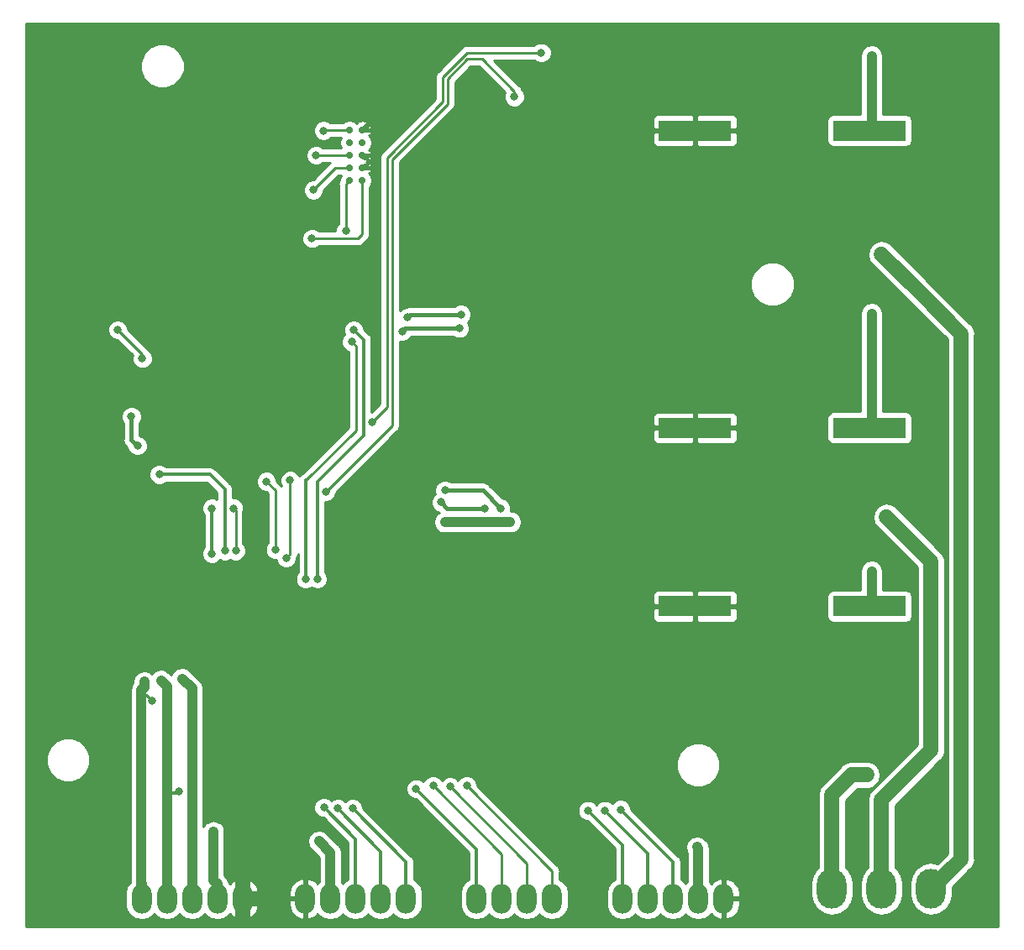
<source format=gbr>
G04 #@! TF.GenerationSoftware,KiCad,Pcbnew,5.0.2+dfsg1-1~bpo9+1*
G04 #@! TF.CreationDate,2019-06-05T17:15:04-04:00*
G04 #@! TF.ProjectId,SCARAMotorFeedbackController,53434152-414d-46f7-946f-724665656462,rev?*
G04 #@! TF.SameCoordinates,Original*
G04 #@! TF.FileFunction,Copper,L2,Bot*
G04 #@! TF.FilePolarity,Positive*
%FSLAX46Y46*%
G04 Gerber Fmt 4.6, Leading zero omitted, Abs format (unit mm)*
G04 Created by KiCad (PCBNEW 5.0.2+dfsg1-1~bpo9+1) date Wed 05 Jun 2019 05:15:04 PM EDT*
%MOMM*%
%LPD*%
G01*
G04 APERTURE LIST*
G04 #@! TA.AperFunction,ComponentPad*
%ADD10C,0.700000*%
G04 #@! TD*
G04 #@! TA.AperFunction,ComponentPad*
%ADD11O,2.000000X3.000000*%
G04 #@! TD*
G04 #@! TA.AperFunction,ComponentPad*
%ADD12O,3.000000X4.000000*%
G04 #@! TD*
G04 #@! TA.AperFunction,SMDPad,CuDef*
%ADD13R,7.300000X2.000000*%
G04 #@! TD*
G04 #@! TA.AperFunction,ViaPad*
%ADD14C,0.800000*%
G04 #@! TD*
G04 #@! TA.AperFunction,Conductor*
%ADD15C,0.400000*%
G04 #@! TD*
G04 #@! TA.AperFunction,Conductor*
%ADD16C,1.500000*%
G04 #@! TD*
G04 #@! TA.AperFunction,Conductor*
%ADD17C,0.250000*%
G04 #@! TD*
G04 #@! TA.AperFunction,Conductor*
%ADD18C,1.000000*%
G04 #@! TD*
G04 #@! TA.AperFunction,Conductor*
%ADD19C,0.300000*%
G04 #@! TD*
G04 #@! TA.AperFunction,Conductor*
%ADD20C,0.254000*%
G04 #@! TD*
G04 APERTURE END LIST*
D10*
G04 #@! TO.P,J3,1*
G04 #@! TO.N,3V3*
X34635000Y75960000D03*
G04 #@! TO.P,J3,2*
G04 #@! TO.N,SWDIO*
X33365000Y75960000D03*
G04 #@! TO.P,J3,3*
G04 #@! TO.N,GND*
X34635000Y77230000D03*
G04 #@! TO.P,J3,4*
G04 #@! TO.N,SWDCLK*
X33365000Y77230000D03*
G04 #@! TO.P,J3,5*
G04 #@! TO.N,GND*
X34635000Y78500000D03*
G04 #@! TO.P,J3,6*
G04 #@! TO.N,SWO*
X33365000Y78500000D03*
G04 #@! TO.P,J3,7*
G04 #@! TO.N,Net-(J3-Pad7)*
X34635000Y79770000D03*
G04 #@! TO.P,J3,8*
G04 #@! TO.N,Net-(J3-Pad8)*
X33365000Y79770000D03*
G04 #@! TO.P,J3,9*
G04 #@! TO.N,GND*
X34635000Y81040000D03*
G04 #@! TO.P,J3,10*
G04 #@! TO.N,nRESET*
X33365000Y81040000D03*
G04 #@! TD*
D11*
G04 #@! TO.P,J2,1*
G04 #@! TO.N,GND*
X22580000Y3500000D03*
G04 #@! TO.P,J2,2*
G04 #@! TO.N,24V*
X20040000Y3500000D03*
G04 #@! TO.P,J2,3*
G04 #@! TO.N,12V*
X17500000Y3500000D03*
G04 #@! TO.P,J2,4*
G04 #@! TO.N,5V*
X14960000Y3500000D03*
G04 #@! TO.P,J2,5*
G04 #@! TO.N,3V3*
X12420000Y3500000D03*
G04 #@! TD*
G04 #@! TO.P,J5,5*
G04 #@! TO.N,GND*
X28920000Y3500000D03*
G04 #@! TO.P,J5,4*
G04 #@! TO.N,5V*
X31460000Y3500000D03*
G04 #@! TO.P,J5,3*
G04 #@! TO.N,Index*
X34000000Y3500000D03*
G04 #@! TO.P,J5,2*
G04 #@! TO.N,ChannelB*
X36540000Y3500000D03*
G04 #@! TO.P,J5,1*
G04 #@! TO.N,ChannelA*
X39080000Y3500000D03*
G04 #@! TD*
G04 #@! TO.P,J6,1*
G04 #@! TO.N,GND*
X71080000Y3500000D03*
G04 #@! TO.P,J6,2*
G04 #@! TO.N,5V*
X68540000Y3500000D03*
G04 #@! TO.P,J6,3*
G04 #@! TO.N,HallU*
X66000000Y3500000D03*
G04 #@! TO.P,J6,4*
G04 #@! TO.N,HallV*
X63460000Y3500000D03*
G04 #@! TO.P,J6,5*
G04 #@! TO.N,HallW*
X60920000Y3500000D03*
G04 #@! TD*
G04 #@! TO.P,J4,1*
G04 #@! TO.N,SS*
X53810000Y3500000D03*
G04 #@! TO.P,J4,2*
G04 #@! TO.N,MISO*
X51270000Y3500000D03*
G04 #@! TO.P,J4,3*
G04 #@! TO.N,SCLK*
X48730000Y3500000D03*
G04 #@! TO.P,J4,4*
G04 #@! TO.N,MOSI*
X46190000Y3500000D03*
G04 #@! TD*
D12*
G04 #@! TO.P,J1,1*
G04 #@! TO.N,PhaseWOutput*
X82000000Y4500000D03*
G04 #@! TO.P,J1,2*
G04 #@! TO.N,PhaseVOutput*
X87000000Y4500000D03*
G04 #@! TO.P,J1,3*
G04 #@! TO.N,PhaseUOutput*
X92000000Y4500000D03*
G04 #@! TD*
D13*
G04 #@! TO.P,C8,1*
G04 #@! TO.N,24V*
X85800000Y81000000D03*
G04 #@! TO.P,C8,2*
G04 #@! TO.N,GND*
X68200000Y81000000D03*
G04 #@! TD*
G04 #@! TO.P,C24,2*
G04 #@! TO.N,GND*
X68200000Y33000000D03*
G04 #@! TO.P,C24,1*
G04 #@! TO.N,24V*
X85800000Y33000000D03*
G04 #@! TD*
G04 #@! TO.P,C25,1*
G04 #@! TO.N,24V*
X85800000Y51000000D03*
G04 #@! TO.P,C25,2*
G04 #@! TO.N,GND*
X68200000Y51000000D03*
G04 #@! TD*
D14*
G04 #@! TO.N,GND*
X65000000Y64500000D03*
X49000000Y51500000D03*
X48000000Y51500000D03*
X49000000Y77500000D03*
X48000000Y77500000D03*
X65000000Y38500000D03*
X49000000Y25500000D03*
X48000000Y25500000D03*
X12000000Y61500000D03*
X8000000Y56500000D03*
X48000000Y63500000D03*
X46000000Y34500000D03*
X17000000Y78500000D03*
X45012660Y85487340D03*
X23600000Y69100000D03*
X26400000Y67700000D03*
X48550000Y38299996D03*
X6500000Y66000000D03*
X33100000Y17800000D03*
X20900000Y16700000D03*
X32500000Y57500000D03*
X44500000Y57850000D03*
X22900000Y26850000D03*
X17750000Y44900000D03*
G04 #@! TO.N,3V3*
X29600000Y70100000D03*
X11400000Y52150000D03*
X12700000Y25400000D03*
X13500000Y23500000D03*
X12000000Y49200000D03*
G04 #@! TO.N,24V*
X19650000Y10250000D03*
X86000000Y36500000D03*
X86000000Y62500000D03*
X86000000Y88500000D03*
G04 #@! TO.N,5V*
X43000000Y41500000D03*
X30300000Y9299998D03*
X49550000Y41500000D03*
X68400000Y8700000D03*
X14400000Y25500000D03*
X16200000Y14300000D03*
X14960000Y8150000D03*
G04 #@! TO.N,PhaseWOutput*
X85500000Y16000000D03*
X84000000Y16000000D03*
G04 #@! TO.N,PhaseVOutput*
X87500000Y42000000D03*
X88500000Y41000000D03*
G04 #@! TO.N,PhaseUOutput*
X87000000Y68500000D03*
X88000000Y67500000D03*
G04 #@! TO.N,12V*
X16500000Y25700000D03*
G04 #@! TO.N,PhaseULower*
X50000000Y84400000D03*
X31000000Y44550000D03*
G04 #@! TO.N,PhaseUUpper*
X52700000Y88850000D03*
X35650000Y51586410D03*
G04 #@! TO.N,PhaseWUpper*
X43000000Y44700000D03*
X48599996Y42899996D03*
G04 #@! TO.N,PhaseWLower*
X42600000Y43500002D03*
X47000000Y42900000D03*
G04 #@! TO.N,PhaseVUpper*
X44600000Y62450000D03*
X39225000Y62175000D03*
G04 #@! TO.N,PhaseVLower*
X44450000Y61050000D03*
X38700000Y60750000D03*
G04 #@! TO.N,SWDIO*
X33000006Y70899994D03*
G04 #@! TO.N,SWDCLK*
X29731175Y74993505D03*
G04 #@! TO.N,SWO*
X29999996Y78500000D03*
G04 #@! TO.N,nRESET*
X30750000Y81000000D03*
G04 #@! TO.N,ChannelB*
X32200000Y12600000D03*
G04 #@! TO.N,ChannelA*
X33700000Y12600000D03*
G04 #@! TO.N,Index*
X30799996Y12699996D03*
G04 #@! TO.N,HallU*
X60700000Y12500000D03*
G04 #@! TO.N,HallV*
X59100000Y12400000D03*
G04 #@! TO.N,HallW*
X57400000Y12400000D03*
G04 #@! TO.N,SS*
X45200000Y14900000D03*
X25900000Y38700000D03*
X25000000Y45600000D03*
G04 #@! TO.N,MOSI*
X40100000Y14600000D03*
X20800000Y38600000D03*
X14200000Y46300000D03*
G04 #@! TO.N,MISO*
X43500000Y14800000D03*
X27000000Y37900000D03*
X27400000Y45700000D03*
G04 #@! TO.N,SCLK*
X41800000Y14900000D03*
X21900000Y38600000D03*
X21700000Y42900000D03*
G04 #@! TO.N,3V3Ref*
X10000000Y60900000D03*
X12500000Y58000000D03*
G04 #@! TO.N,IndexShift*
X19500000Y42900000D03*
X19500000Y38300000D03*
G04 #@! TO.N,ChannelBShift*
X28950000Y35750000D03*
X33600000Y59675000D03*
G04 #@! TO.N,ChannelAShift*
X30150000Y35750000D03*
X33800000Y60900000D03*
G04 #@! TD*
D15*
G04 #@! TO.N,GND*
X34635000Y78500000D02*
X36000000Y78500000D01*
X34635000Y77230000D02*
X35730000Y77230000D01*
X34635000Y81040000D02*
X35460000Y81040000D01*
D16*
X22580000Y3500000D02*
X22580000Y6580000D01*
X22580000Y3500000D02*
X24500000Y3500000D01*
X22580000Y3500000D02*
X22580000Y1580000D01*
D17*
G04 #@! TO.N,3V3*
X34200000Y70100000D02*
X29600000Y70100000D01*
X34635000Y70535000D02*
X34200000Y70100000D01*
X34635000Y75960000D02*
X34635000Y70535000D01*
D18*
X12700000Y24834315D02*
X12700000Y25400000D01*
X12400000Y24534315D02*
X12700000Y24834315D01*
X12420000Y5000000D02*
X12400000Y5020000D01*
X12400000Y24000000D02*
X12400000Y24534315D01*
D19*
X12400000Y24000000D02*
X13000000Y24000000D01*
X13000000Y24000000D02*
X13500000Y23500000D01*
D18*
X12400000Y5020000D02*
X12400000Y24000000D01*
D15*
X11400000Y49800000D02*
X12000000Y49200000D01*
X11400000Y52150000D02*
X11400000Y49800000D01*
D18*
G04 #@! TO.N,24V*
X19650000Y5390000D02*
X19650000Y10250000D01*
X20040000Y5000000D02*
X19650000Y5390000D01*
X86000000Y33200000D02*
X85800000Y33000000D01*
X86000000Y36500000D02*
X86000000Y33200000D01*
X86000000Y51200000D02*
X85800000Y51000000D01*
X86000000Y62500000D02*
X86000000Y51200000D01*
X86000000Y81200000D02*
X85800000Y81000000D01*
X86000000Y88500000D02*
X86000000Y81200000D01*
G04 #@! TO.N,5V*
X43000000Y41500000D02*
X49550000Y41500000D01*
X31460000Y8139998D02*
X30300000Y9299998D01*
X31460000Y3500000D02*
X31460000Y8139998D01*
X68540000Y8560000D02*
X68400000Y8700000D01*
X68540000Y3500000D02*
X68540000Y8560000D01*
X14960000Y24940000D02*
X14400000Y25500000D01*
D19*
X16100000Y14200000D02*
X16200000Y14300000D01*
X14960000Y14200000D02*
X16100000Y14200000D01*
D18*
X14960000Y14200000D02*
X14960000Y24940000D01*
X14960000Y5000000D02*
X14960000Y8150000D01*
X14960000Y8150000D02*
X14960000Y14200000D01*
D16*
G04 #@! TO.N,PhaseWOutput*
X85500000Y16000000D02*
X84000000Y16000000D01*
X82000000Y14000000D02*
X82000000Y4500000D01*
X84000000Y16000000D02*
X82000000Y14000000D01*
G04 #@! TO.N,PhaseVOutput*
X87000000Y13500000D02*
X87000000Y4500000D01*
X92000000Y18500000D02*
X87000000Y13500000D01*
X92000000Y37500000D02*
X92000000Y18500000D01*
X87500000Y42000000D02*
X92000000Y37500000D01*
G04 #@! TO.N,PhaseUOutput*
X91000000Y64500000D02*
X87000000Y68500000D01*
X95000000Y60500000D02*
X91000000Y64500000D01*
X95000000Y7500000D02*
X95000000Y60500000D01*
X92000000Y4500000D02*
X95000000Y7500000D01*
D18*
G04 #@! TO.N,12V*
X17500000Y24700000D02*
X16500000Y25700000D01*
X17500000Y5000000D02*
X17500000Y24700000D01*
D17*
G04 #@! TO.N,PhaseULower*
X31000000Y44550000D02*
X37650011Y51200011D01*
X37650011Y51200011D02*
X37650011Y78100011D01*
X43250011Y83700011D02*
X43250011Y86200011D01*
X50000000Y84965685D02*
X50000000Y84400000D01*
X43250011Y86200011D02*
X45250000Y88200000D01*
X45250000Y88200000D02*
X46765685Y88200000D01*
X46765685Y88200000D02*
X50000000Y84965685D01*
X37650011Y78100011D02*
X43250011Y83700011D01*
G04 #@! TO.N,PhaseUUpper*
X37200000Y53136410D02*
X35650000Y51586410D01*
X37200000Y78286411D02*
X37200000Y53136410D01*
X42800000Y86386411D02*
X42800000Y83886411D01*
X52700000Y88850000D02*
X45263589Y88850000D01*
X42800000Y83886411D02*
X37200000Y78286411D01*
X45263589Y88850000D02*
X42800000Y86386411D01*
D15*
G04 #@! TO.N,PhaseWUpper*
X46799992Y44700000D02*
X43000000Y44700000D01*
X48599996Y42899996D02*
X46799992Y44700000D01*
G04 #@! TO.N,PhaseWLower*
X47000000Y42900000D02*
X43200002Y42900000D01*
X43200002Y42900000D02*
X42600000Y43500002D01*
G04 #@! TO.N,PhaseVUpper*
X39500000Y62450000D02*
X39225000Y62175000D01*
X44600000Y62450000D02*
X39500000Y62450000D01*
G04 #@! TO.N,PhaseVLower*
X39000000Y61050000D02*
X38700000Y60750000D01*
X44450000Y61050000D02*
X39000000Y61050000D01*
D17*
G04 #@! TO.N,SWDIO*
X33000006Y75595006D02*
X33000006Y70899994D01*
X33365000Y75960000D02*
X33000006Y75595006D01*
G04 #@! TO.N,SWDCLK*
X31967670Y77230000D02*
X29731175Y74993505D01*
X33365000Y77230000D02*
X31967670Y77230000D01*
G04 #@! TO.N,SWO*
X33365000Y78500000D02*
X29999996Y78500000D01*
G04 #@! TO.N,nRESET*
X30790000Y81040000D02*
X30750000Y81000000D01*
X33365000Y81040000D02*
X30790000Y81040000D01*
D19*
G04 #@! TO.N,ChannelB*
X36540000Y8260000D02*
X32200000Y12600000D01*
X36540000Y3500000D02*
X36540000Y8260000D01*
G04 #@! TO.N,ChannelA*
X39080000Y7220000D02*
X33700000Y12600000D01*
X39080000Y3500000D02*
X39080000Y7220000D01*
G04 #@! TO.N,Index*
X34000000Y9499992D02*
X30799996Y12699996D01*
X34000000Y3500000D02*
X34000000Y9499992D01*
G04 #@! TO.N,HallU*
X66000000Y7200000D02*
X60700000Y12500000D01*
X66000000Y3500000D02*
X66000000Y7200000D01*
G04 #@! TO.N,HallV*
X63460000Y8040000D02*
X59100000Y12400000D01*
X63460000Y3500000D02*
X63460000Y8040000D01*
G04 #@! TO.N,HallW*
X60920000Y8880000D02*
X57400000Y12400000D01*
X60920000Y3500000D02*
X60920000Y8880000D01*
D17*
G04 #@! TO.N,SS*
X25900000Y44700000D02*
X25000000Y45600000D01*
X25900000Y38700000D02*
X25900000Y44700000D01*
X53810000Y6290000D02*
X45200000Y14900000D01*
X53810000Y3500000D02*
X53810000Y6290000D01*
D19*
G04 #@! TO.N,MOSI*
X46190000Y8510000D02*
X40100000Y14600000D01*
X46190000Y3500000D02*
X46190000Y8510000D01*
X20800000Y44800000D02*
X19300000Y46300000D01*
X19300000Y46300000D02*
X14200000Y46300000D01*
X20800000Y38600000D02*
X20800000Y44800000D01*
D17*
G04 #@! TO.N,MISO*
X51270000Y7030000D02*
X43500000Y14800000D01*
X51270000Y3500000D02*
X51270000Y7030000D01*
X27399999Y38299999D02*
X27000000Y37900000D01*
X27400000Y45700000D02*
X27399999Y38299999D01*
G04 #@! TO.N,SCLK*
X48730000Y7970000D02*
X41800000Y14900000D01*
X48730000Y3500000D02*
X48730000Y7970000D01*
X21900000Y42700000D02*
X21700000Y42900000D01*
X21900000Y38600000D02*
X21900000Y42700000D01*
G04 #@! TO.N,3V3Ref*
X10000000Y60900000D02*
X12500000Y58400000D01*
X12500000Y58400000D02*
X12500000Y58000000D01*
D19*
G04 #@! TO.N,IndexShift*
X19500000Y42900000D02*
X19500000Y38300000D01*
G04 #@! TO.N,ChannelBShift*
X28950000Y45650000D02*
X28950000Y35750000D01*
X29000000Y45700000D02*
X28950000Y45650000D01*
D17*
X34075000Y50775000D02*
X34075000Y59200000D01*
X34075000Y59200000D02*
X33600000Y59675000D01*
X29000000Y45700000D02*
X34075000Y50775000D01*
D19*
G04 #@! TO.N,ChannelAShift*
X30150000Y45550000D02*
X34800000Y50200000D01*
X34800000Y59900000D02*
X33800000Y60900000D01*
X34800000Y50200000D02*
X34800000Y59900000D01*
X30150000Y35750000D02*
X30150000Y45550000D01*
G04 #@! TD*
D20*
G04 #@! TO.N,GND*
G36*
X98765000Y735000D02*
X735000Y735000D01*
X735000Y4161031D01*
X10785000Y4161031D01*
X10785000Y2838970D01*
X10879864Y2362056D01*
X11241231Y1821231D01*
X11782055Y1459864D01*
X12420000Y1332969D01*
X13057944Y1459864D01*
X13598769Y1821231D01*
X13690000Y1957768D01*
X13781231Y1821231D01*
X14322055Y1459864D01*
X14960000Y1332969D01*
X15597944Y1459864D01*
X16138769Y1821231D01*
X16230000Y1957768D01*
X16321231Y1821231D01*
X16862055Y1459864D01*
X17500000Y1332969D01*
X18137944Y1459864D01*
X18678769Y1821231D01*
X18770000Y1957768D01*
X18861231Y1821231D01*
X19402055Y1459864D01*
X20040000Y1332969D01*
X20677944Y1459864D01*
X21218769Y1821231D01*
X21329952Y1987629D01*
X21513683Y1754078D01*
X22071645Y1440856D01*
X22199566Y1409876D01*
X22453000Y1529223D01*
X22453000Y3373000D01*
X22707000Y3373000D01*
X22707000Y1529223D01*
X22960434Y1409876D01*
X23088355Y1440856D01*
X23646317Y1754078D01*
X24041942Y2256980D01*
X24215000Y2873000D01*
X24215000Y3373000D01*
X27285000Y3373000D01*
X27285000Y2873000D01*
X27458058Y2256980D01*
X27853683Y1754078D01*
X28411645Y1440856D01*
X28539566Y1409876D01*
X28793000Y1529223D01*
X28793000Y3373000D01*
X27285000Y3373000D01*
X24215000Y3373000D01*
X22707000Y3373000D01*
X22453000Y3373000D01*
X22433000Y3373000D01*
X22433000Y3627000D01*
X22453000Y3627000D01*
X22453000Y5470777D01*
X22707000Y5470777D01*
X22707000Y3627000D01*
X24215000Y3627000D01*
X24215000Y4127000D01*
X27285000Y4127000D01*
X27285000Y3627000D01*
X28793000Y3627000D01*
X28793000Y5470777D01*
X29047000Y5470777D01*
X29047000Y3627000D01*
X29067000Y3627000D01*
X29067000Y3373000D01*
X29047000Y3373000D01*
X29047000Y1529223D01*
X29300434Y1409876D01*
X29428355Y1440856D01*
X29986317Y1754078D01*
X30170048Y1987629D01*
X30281231Y1821231D01*
X30822055Y1459864D01*
X31460000Y1332969D01*
X32097944Y1459864D01*
X32638769Y1821231D01*
X32730000Y1957768D01*
X32821231Y1821231D01*
X33362055Y1459864D01*
X34000000Y1332969D01*
X34637944Y1459864D01*
X35178769Y1821231D01*
X35270000Y1957768D01*
X35361231Y1821231D01*
X35902055Y1459864D01*
X36540000Y1332969D01*
X37177944Y1459864D01*
X37718769Y1821231D01*
X37810000Y1957768D01*
X37901231Y1821231D01*
X38442055Y1459864D01*
X39080000Y1332969D01*
X39717944Y1459864D01*
X40258769Y1821231D01*
X40620136Y2362055D01*
X40715000Y2838969D01*
X40715000Y4161031D01*
X40620136Y4637945D01*
X40258769Y5178769D01*
X39865000Y5441877D01*
X39865000Y7142688D01*
X39880378Y7220000D01*
X39865000Y7297312D01*
X39865000Y7297316D01*
X39819454Y7526292D01*
X39721117Y7673463D01*
X39689749Y7720409D01*
X39689747Y7720411D01*
X39645953Y7785953D01*
X39580411Y7829747D01*
X34735000Y12675157D01*
X34735000Y12805874D01*
X34577431Y13186280D01*
X34286280Y13477431D01*
X33905874Y13635000D01*
X33494126Y13635000D01*
X33113720Y13477431D01*
X32950000Y13313711D01*
X32786280Y13477431D01*
X32405874Y13635000D01*
X31994126Y13635000D01*
X31613720Y13477431D01*
X31549996Y13413707D01*
X31386276Y13577427D01*
X31005870Y13734996D01*
X30594122Y13734996D01*
X30213716Y13577427D01*
X29922565Y13286276D01*
X29764996Y12905870D01*
X29764996Y12494122D01*
X29922565Y12113716D01*
X30213716Y11822565D01*
X30594122Y11664996D01*
X30724839Y11664996D01*
X33215001Y9174833D01*
X33215000Y5441877D01*
X32821232Y5178769D01*
X32730000Y5042232D01*
X32638769Y5178769D01*
X32595000Y5208015D01*
X32595000Y8028215D01*
X32617235Y8139998D01*
X32529146Y8582853D01*
X32469725Y8671783D01*
X32278289Y8958287D01*
X32183521Y9021609D01*
X31023523Y10181606D01*
X30742854Y10369144D01*
X30300000Y10457233D01*
X29857146Y10369144D01*
X29481712Y10118286D01*
X29230854Y9742852D01*
X29142765Y9299998D01*
X29230854Y8857144D01*
X29418392Y8576475D01*
X30325001Y7669865D01*
X30325000Y5208014D01*
X30281232Y5178769D01*
X30170048Y5012371D01*
X29986317Y5245922D01*
X29428355Y5559144D01*
X29300434Y5590124D01*
X29047000Y5470777D01*
X28793000Y5470777D01*
X28539566Y5590124D01*
X28411645Y5559144D01*
X27853683Y5245922D01*
X27458058Y4743020D01*
X27285000Y4127000D01*
X24215000Y4127000D01*
X24041942Y4743020D01*
X23646317Y5245922D01*
X23088355Y5559144D01*
X22960434Y5590124D01*
X22707000Y5470777D01*
X22453000Y5470777D01*
X22199566Y5590124D01*
X22071645Y5559144D01*
X21513683Y5245922D01*
X21329952Y5012371D01*
X21218769Y5178769D01*
X21152924Y5222765D01*
X21109145Y5442854D01*
X20921608Y5723523D01*
X20785000Y5860131D01*
X20785000Y10361783D01*
X20719146Y10692855D01*
X20468289Y11068289D01*
X20092855Y11319146D01*
X19650000Y11407235D01*
X19207146Y11319146D01*
X18831712Y11068289D01*
X18635000Y10773889D01*
X18635000Y14805874D01*
X39065000Y14805874D01*
X39065000Y14394126D01*
X39222569Y14013720D01*
X39513720Y13722569D01*
X39894126Y13565000D01*
X40024843Y13565000D01*
X45405001Y8184842D01*
X45405000Y5441877D01*
X45011232Y5178769D01*
X44649864Y4637945D01*
X44555000Y4161031D01*
X44555000Y2838970D01*
X44649864Y2362056D01*
X45011231Y1821231D01*
X45552055Y1459864D01*
X46190000Y1332969D01*
X46827944Y1459864D01*
X47368769Y1821231D01*
X47460000Y1957768D01*
X47551231Y1821231D01*
X48092055Y1459864D01*
X48730000Y1332969D01*
X49367944Y1459864D01*
X49908769Y1821231D01*
X50000000Y1957768D01*
X50091231Y1821231D01*
X50632055Y1459864D01*
X51270000Y1332969D01*
X51907944Y1459864D01*
X52448769Y1821231D01*
X52540000Y1957768D01*
X52631231Y1821231D01*
X53172055Y1459864D01*
X53810000Y1332969D01*
X54447944Y1459864D01*
X54988769Y1821231D01*
X55350136Y2362055D01*
X55445000Y2838969D01*
X55445000Y4161031D01*
X55350136Y4637945D01*
X54988769Y5178769D01*
X54570000Y5458581D01*
X54570000Y6215152D01*
X54584888Y6290000D01*
X54570000Y6364848D01*
X54570000Y6364852D01*
X54525904Y6586537D01*
X54525904Y6586538D01*
X54400329Y6774473D01*
X54357929Y6837929D01*
X54294473Y6880329D01*
X48568928Y12605874D01*
X56365000Y12605874D01*
X56365000Y12194126D01*
X56522569Y11813720D01*
X56813720Y11522569D01*
X57194126Y11365000D01*
X57324843Y11365000D01*
X60135001Y8554842D01*
X60135000Y5441877D01*
X59741232Y5178769D01*
X59379864Y4637945D01*
X59285000Y4161031D01*
X59285000Y2838970D01*
X59379864Y2362056D01*
X59741231Y1821231D01*
X60282055Y1459864D01*
X60920000Y1332969D01*
X61557944Y1459864D01*
X62098769Y1821231D01*
X62190000Y1957768D01*
X62281231Y1821231D01*
X62822055Y1459864D01*
X63460000Y1332969D01*
X64097944Y1459864D01*
X64638769Y1821231D01*
X64730000Y1957768D01*
X64821231Y1821231D01*
X65362055Y1459864D01*
X66000000Y1332969D01*
X66637944Y1459864D01*
X67178769Y1821231D01*
X67270000Y1957768D01*
X67361231Y1821231D01*
X67902055Y1459864D01*
X68540000Y1332969D01*
X69177944Y1459864D01*
X69718769Y1821231D01*
X69829952Y1987629D01*
X70013683Y1754078D01*
X70571645Y1440856D01*
X70699566Y1409876D01*
X70953000Y1529223D01*
X70953000Y3373000D01*
X71207000Y3373000D01*
X71207000Y1529223D01*
X71460434Y1409876D01*
X71588355Y1440856D01*
X72146317Y1754078D01*
X72541942Y2256980D01*
X72715000Y2873000D01*
X72715000Y3373000D01*
X71207000Y3373000D01*
X70953000Y3373000D01*
X70933000Y3373000D01*
X70933000Y3627000D01*
X70953000Y3627000D01*
X70953000Y5470777D01*
X71207000Y5470777D01*
X71207000Y3627000D01*
X72715000Y3627000D01*
X72715000Y4127000D01*
X72541942Y4743020D01*
X72174357Y5210279D01*
X79865000Y5210279D01*
X79865000Y3789722D01*
X79988874Y3166965D01*
X80460751Y2460751D01*
X81166964Y1988874D01*
X82000000Y1823173D01*
X82833035Y1988874D01*
X83539249Y2460751D01*
X84011126Y3166964D01*
X84135000Y3789721D01*
X84135000Y5210278D01*
X84135000Y5210279D01*
X84865000Y5210279D01*
X84865000Y3789722D01*
X84988874Y3166965D01*
X85460751Y2460751D01*
X86166964Y1988874D01*
X87000000Y1823173D01*
X87833035Y1988874D01*
X88539249Y2460751D01*
X89011126Y3166964D01*
X89135000Y3789721D01*
X89135000Y5210278D01*
X89011126Y5833035D01*
X88539249Y6539249D01*
X88385000Y6642315D01*
X88385000Y12926315D01*
X92882888Y17424202D01*
X92998529Y17501471D01*
X93304641Y17959600D01*
X93385000Y18363593D01*
X93412133Y18500000D01*
X93385000Y18636407D01*
X93385000Y37363595D01*
X93412133Y37500001D01*
X93380857Y37657235D01*
X93304641Y38040400D01*
X93181196Y38225148D01*
X93075797Y38382889D01*
X93075795Y38382891D01*
X92998528Y38498529D01*
X92882890Y38575796D01*
X88382888Y43075797D01*
X88040399Y43304641D01*
X87500000Y43412133D01*
X86959601Y43304641D01*
X86501472Y42998528D01*
X86195359Y42540399D01*
X86087867Y42000000D01*
X86195359Y41459601D01*
X86424203Y41117112D01*
X90615000Y36926314D01*
X90615001Y19073687D01*
X86117112Y14575797D01*
X86001471Y14498528D01*
X85731258Y14094126D01*
X85695359Y14040399D01*
X85587867Y13500000D01*
X85615000Y13363593D01*
X85615001Y6642315D01*
X85460752Y6539249D01*
X84988874Y5833036D01*
X84865000Y5210279D01*
X84135000Y5210279D01*
X84011126Y5833035D01*
X83539249Y6539249D01*
X83385000Y6642315D01*
X83385000Y13426315D01*
X84573686Y14615000D01*
X85636407Y14615000D01*
X86040400Y14695359D01*
X86498529Y15001471D01*
X86804641Y15459600D01*
X86912133Y16000000D01*
X86804641Y16540400D01*
X86498529Y16998529D01*
X86040400Y17304641D01*
X85636407Y17385000D01*
X84136405Y17385000D01*
X83999999Y17412133D01*
X83863593Y17385000D01*
X83459600Y17304641D01*
X83001471Y16998529D01*
X82924202Y16882888D01*
X81117112Y15075797D01*
X81001471Y14998528D01*
X80924203Y14882888D01*
X80695359Y14540399D01*
X80587867Y14000000D01*
X80615000Y13863593D01*
X80615001Y6642315D01*
X80460752Y6539249D01*
X79988874Y5833036D01*
X79865000Y5210279D01*
X72174357Y5210279D01*
X72146317Y5245922D01*
X71588355Y5559144D01*
X71460434Y5590124D01*
X71207000Y5470777D01*
X70953000Y5470777D01*
X70699566Y5590124D01*
X70571645Y5559144D01*
X70013683Y5245922D01*
X69829952Y5012371D01*
X69718769Y5178769D01*
X69675000Y5208015D01*
X69675000Y8448217D01*
X69697235Y8560000D01*
X69648573Y8804641D01*
X69609146Y9002855D01*
X69358289Y9378289D01*
X69263518Y9441613D01*
X69123523Y9581608D01*
X68842854Y9769146D01*
X68400000Y9857235D01*
X67957146Y9769146D01*
X67581712Y9518288D01*
X67330854Y9142854D01*
X67242765Y8700000D01*
X67330854Y8257146D01*
X67405001Y8146178D01*
X67405000Y5208014D01*
X67361232Y5178769D01*
X67270000Y5042232D01*
X67178769Y5178769D01*
X66785000Y5441877D01*
X66785000Y7122688D01*
X66800378Y7200000D01*
X66785000Y7277312D01*
X66785000Y7277316D01*
X66739454Y7506292D01*
X66701082Y7563720D01*
X66609749Y7700409D01*
X66609747Y7700411D01*
X66565953Y7765953D01*
X66500411Y7809747D01*
X61735000Y12575157D01*
X61735000Y12705874D01*
X61577431Y13086280D01*
X61286280Y13377431D01*
X60905874Y13535000D01*
X60494126Y13535000D01*
X60113720Y13377431D01*
X59850000Y13113711D01*
X59686280Y13277431D01*
X59305874Y13435000D01*
X58894126Y13435000D01*
X58513720Y13277431D01*
X58250000Y13013711D01*
X57986280Y13277431D01*
X57605874Y13435000D01*
X57194126Y13435000D01*
X56813720Y13277431D01*
X56522569Y12986280D01*
X56365000Y12605874D01*
X48568928Y12605874D01*
X46235000Y14939801D01*
X46235000Y15105874D01*
X46077431Y15486280D01*
X45786280Y15777431D01*
X45405874Y15935000D01*
X44994126Y15935000D01*
X44613720Y15777431D01*
X44322569Y15486280D01*
X44309348Y15454363D01*
X44086280Y15677431D01*
X43705874Y15835000D01*
X43294126Y15835000D01*
X42913720Y15677431D01*
X42690652Y15454363D01*
X42677431Y15486280D01*
X42386280Y15777431D01*
X42005874Y15935000D01*
X41594126Y15935000D01*
X41213720Y15777431D01*
X40922569Y15486280D01*
X40850770Y15312941D01*
X40686280Y15477431D01*
X40305874Y15635000D01*
X39894126Y15635000D01*
X39513720Y15477431D01*
X39222569Y15186280D01*
X39065000Y14805874D01*
X18635000Y14805874D01*
X18635000Y17444569D01*
X66265000Y17444569D01*
X66265000Y16555431D01*
X66605259Y15733974D01*
X67233974Y15105259D01*
X68055431Y14765000D01*
X68944569Y14765000D01*
X69766026Y15105259D01*
X70394741Y15733974D01*
X70735000Y16555431D01*
X70735000Y17444569D01*
X70394741Y18266026D01*
X69766026Y18894741D01*
X68944569Y19235000D01*
X68055431Y19235000D01*
X67233974Y18894741D01*
X66605259Y18266026D01*
X66265000Y17444569D01*
X18635000Y17444569D01*
X18635000Y24588217D01*
X18657235Y24700000D01*
X18569146Y25142855D01*
X18381609Y25423524D01*
X18318289Y25518289D01*
X18223523Y25581609D01*
X17223523Y26581608D01*
X16942854Y26769146D01*
X16500000Y26857235D01*
X16057146Y26769146D01*
X15681712Y26518288D01*
X15430854Y26142854D01*
X15419476Y26085655D01*
X15123523Y26381608D01*
X14842854Y26569146D01*
X14400000Y26657235D01*
X13957146Y26569146D01*
X13581712Y26318288D01*
X13515942Y26219857D01*
X13142855Y26469146D01*
X12700000Y26557235D01*
X12257146Y26469146D01*
X11881712Y26218289D01*
X11630854Y25842855D01*
X11565000Y25511783D01*
X11565000Y25327593D01*
X11330854Y24977170D01*
X11318233Y24913720D01*
X11242765Y24534315D01*
X11265000Y24422532D01*
X11265000Y23888218D01*
X11265001Y23888213D01*
X11265000Y5194650D01*
X11241232Y5178769D01*
X10879864Y4637945D01*
X10785000Y4161031D01*
X735000Y4161031D01*
X735000Y17944569D01*
X2765000Y17944569D01*
X2765000Y17055431D01*
X3105259Y16233974D01*
X3733974Y15605259D01*
X4555431Y15265000D01*
X5444569Y15265000D01*
X6266026Y15605259D01*
X6894741Y16233974D01*
X7235000Y17055431D01*
X7235000Y17944569D01*
X6894741Y18766026D01*
X6266026Y19394741D01*
X5444569Y19735000D01*
X4555431Y19735000D01*
X3733974Y19394741D01*
X3105259Y18766026D01*
X2765000Y17944569D01*
X735000Y17944569D01*
X735000Y32714250D01*
X63915000Y32714250D01*
X63915000Y31873690D01*
X64011673Y31640301D01*
X64190302Y31461673D01*
X64423691Y31365000D01*
X67914250Y31365000D01*
X68073000Y31523750D01*
X68073000Y32873000D01*
X68327000Y32873000D01*
X68327000Y31523750D01*
X68485750Y31365000D01*
X71976309Y31365000D01*
X72209698Y31461673D01*
X72388327Y31640301D01*
X72485000Y31873690D01*
X72485000Y32714250D01*
X72326250Y32873000D01*
X68327000Y32873000D01*
X68073000Y32873000D01*
X64073750Y32873000D01*
X63915000Y32714250D01*
X735000Y32714250D01*
X735000Y34126310D01*
X63915000Y34126310D01*
X63915000Y33285750D01*
X64073750Y33127000D01*
X68073000Y33127000D01*
X68073000Y34476250D01*
X68327000Y34476250D01*
X68327000Y33127000D01*
X72326250Y33127000D01*
X72485000Y33285750D01*
X72485000Y34000000D01*
X81502560Y34000000D01*
X81502560Y32000000D01*
X81551843Y31752235D01*
X81692191Y31542191D01*
X81902235Y31401843D01*
X82150000Y31352560D01*
X89450000Y31352560D01*
X89697765Y31401843D01*
X89907809Y31542191D01*
X90048157Y31752235D01*
X90097440Y32000000D01*
X90097440Y34000000D01*
X90048157Y34247765D01*
X89907809Y34457809D01*
X89697765Y34598157D01*
X89450000Y34647440D01*
X87135000Y34647440D01*
X87135000Y36611783D01*
X87069146Y36942855D01*
X86818289Y37318289D01*
X86442854Y37569146D01*
X86000000Y37657235D01*
X85557145Y37569146D01*
X85181711Y37318289D01*
X84930854Y36942854D01*
X84865000Y36611782D01*
X84865001Y34647440D01*
X82150000Y34647440D01*
X81902235Y34598157D01*
X81692191Y34457809D01*
X81551843Y34247765D01*
X81502560Y34000000D01*
X72485000Y34000000D01*
X72485000Y34126310D01*
X72388327Y34359699D01*
X72209698Y34538327D01*
X71976309Y34635000D01*
X68485750Y34635000D01*
X68327000Y34476250D01*
X68073000Y34476250D01*
X67914250Y34635000D01*
X64423691Y34635000D01*
X64190302Y34538327D01*
X64011673Y34359699D01*
X63915000Y34126310D01*
X735000Y34126310D01*
X735000Y46505874D01*
X13165000Y46505874D01*
X13165000Y46094126D01*
X13322569Y45713720D01*
X13613720Y45422569D01*
X13994126Y45265000D01*
X14405874Y45265000D01*
X14786280Y45422569D01*
X14878711Y45515000D01*
X18974843Y45515000D01*
X20015001Y44474841D01*
X20015001Y43806956D01*
X19705874Y43935000D01*
X19294126Y43935000D01*
X18913720Y43777431D01*
X18622569Y43486280D01*
X18465000Y43105874D01*
X18465000Y42694126D01*
X18622569Y42313720D01*
X18715000Y42221289D01*
X18715001Y38978712D01*
X18622569Y38886280D01*
X18465000Y38505874D01*
X18465000Y38094126D01*
X18622569Y37713720D01*
X18913720Y37422569D01*
X19294126Y37265000D01*
X19705874Y37265000D01*
X20086280Y37422569D01*
X20335738Y37672027D01*
X20594126Y37565000D01*
X21005874Y37565000D01*
X21350000Y37707541D01*
X21694126Y37565000D01*
X22105874Y37565000D01*
X22486280Y37722569D01*
X22777431Y38013720D01*
X22935000Y38394126D01*
X22935000Y38805874D01*
X22777431Y39186280D01*
X22660000Y39303711D01*
X22660000Y42513060D01*
X22735000Y42694126D01*
X22735000Y43105874D01*
X22577431Y43486280D01*
X22286280Y43777431D01*
X21905874Y43935000D01*
X21585000Y43935000D01*
X21585000Y44722690D01*
X21600378Y44800001D01*
X21585000Y44877312D01*
X21585000Y44877316D01*
X21539454Y45106292D01*
X21477112Y45199593D01*
X21409749Y45300409D01*
X21409747Y45300411D01*
X21365953Y45365953D01*
X21300411Y45409747D01*
X20904284Y45805874D01*
X23965000Y45805874D01*
X23965000Y45394126D01*
X24122569Y45013720D01*
X24413720Y44722569D01*
X24794126Y44565000D01*
X24960198Y44565000D01*
X25140001Y44385197D01*
X25140000Y39403711D01*
X25022569Y39286280D01*
X24865000Y38905874D01*
X24865000Y38494126D01*
X25022569Y38113720D01*
X25313720Y37822569D01*
X25694126Y37665000D01*
X25977064Y37665000D01*
X26122569Y37313720D01*
X26413720Y37022569D01*
X26794126Y36865000D01*
X27205874Y36865000D01*
X27586280Y37022569D01*
X27877431Y37313720D01*
X28035000Y37694126D01*
X28035000Y37882383D01*
X28115902Y38003461D01*
X28165001Y38250297D01*
X28165001Y36428712D01*
X28072569Y36336280D01*
X27915000Y35955874D01*
X27915000Y35544126D01*
X28072569Y35163720D01*
X28363720Y34872569D01*
X28744126Y34715000D01*
X29155874Y34715000D01*
X29536280Y34872569D01*
X29550000Y34886289D01*
X29563720Y34872569D01*
X29944126Y34715000D01*
X30355874Y34715000D01*
X30736280Y34872569D01*
X31027431Y35163720D01*
X31185000Y35544126D01*
X31185000Y35955874D01*
X31027431Y36336280D01*
X30935000Y36428711D01*
X30935000Y43515000D01*
X31205874Y43515000D01*
X31586280Y43672569D01*
X31619587Y43705876D01*
X41565000Y43705876D01*
X41565000Y43294128D01*
X41722569Y42913722D01*
X42013720Y42622571D01*
X42394126Y42465002D01*
X42401283Y42465002D01*
X42181711Y42318289D01*
X41930854Y41942855D01*
X41842765Y41500000D01*
X41930854Y41057145D01*
X42181711Y40681711D01*
X42557145Y40430854D01*
X42888217Y40365000D01*
X49661783Y40365000D01*
X49992855Y40430854D01*
X50368289Y40681711D01*
X50619146Y41057145D01*
X50707235Y41500000D01*
X50619146Y41942855D01*
X50368289Y42318289D01*
X49992855Y42569146D01*
X49661783Y42635000D01*
X49610507Y42635000D01*
X49634996Y42694122D01*
X49634996Y43105870D01*
X49477427Y43486276D01*
X49186276Y43777427D01*
X48805870Y43934996D01*
X48745864Y43934996D01*
X47448579Y45232280D01*
X47401993Y45302001D01*
X47125793Y45486552D01*
X46882229Y45535000D01*
X46882225Y45535000D01*
X46799992Y45551357D01*
X46717759Y45535000D01*
X43628711Y45535000D01*
X43586280Y45577431D01*
X43205874Y45735000D01*
X42794126Y45735000D01*
X42413720Y45577431D01*
X42122569Y45286280D01*
X41965000Y44905874D01*
X41965000Y44494126D01*
X42013448Y44377161D01*
X41722569Y44086282D01*
X41565000Y43705876D01*
X31619587Y43705876D01*
X31877431Y43963720D01*
X32035000Y44344126D01*
X32035000Y44510199D01*
X38134484Y50609682D01*
X38197940Y50652082D01*
X38239479Y50714250D01*
X63915000Y50714250D01*
X63915000Y49873690D01*
X64011673Y49640301D01*
X64190302Y49461673D01*
X64423691Y49365000D01*
X67914250Y49365000D01*
X68073000Y49523750D01*
X68073000Y50873000D01*
X68327000Y50873000D01*
X68327000Y49523750D01*
X68485750Y49365000D01*
X71976309Y49365000D01*
X72209698Y49461673D01*
X72388327Y49640301D01*
X72485000Y49873690D01*
X72485000Y50714250D01*
X72326250Y50873000D01*
X68327000Y50873000D01*
X68073000Y50873000D01*
X64073750Y50873000D01*
X63915000Y50714250D01*
X38239479Y50714250D01*
X38274026Y50765953D01*
X38365915Y50903473D01*
X38385190Y51000378D01*
X38410011Y51125159D01*
X38410011Y51125163D01*
X38424899Y51200011D01*
X38410011Y51274859D01*
X38410011Y52126310D01*
X63915000Y52126310D01*
X63915000Y51285750D01*
X64073750Y51127000D01*
X68073000Y51127000D01*
X68073000Y52476250D01*
X68327000Y52476250D01*
X68327000Y51127000D01*
X72326250Y51127000D01*
X72485000Y51285750D01*
X72485000Y52000000D01*
X81502560Y52000000D01*
X81502560Y50000000D01*
X81551843Y49752235D01*
X81692191Y49542191D01*
X81902235Y49401843D01*
X82150000Y49352560D01*
X89450000Y49352560D01*
X89697765Y49401843D01*
X89907809Y49542191D01*
X90048157Y49752235D01*
X90097440Y50000000D01*
X90097440Y52000000D01*
X90048157Y52247765D01*
X89907809Y52457809D01*
X89697765Y52598157D01*
X89450000Y52647440D01*
X87135000Y52647440D01*
X87135000Y62611783D01*
X87069146Y62942855D01*
X86818289Y63318289D01*
X86442854Y63569146D01*
X86000000Y63657235D01*
X85557145Y63569146D01*
X85181711Y63318289D01*
X84930854Y62942854D01*
X84865000Y62611782D01*
X84865001Y52647440D01*
X82150000Y52647440D01*
X81902235Y52598157D01*
X81692191Y52457809D01*
X81551843Y52247765D01*
X81502560Y52000000D01*
X72485000Y52000000D01*
X72485000Y52126310D01*
X72388327Y52359699D01*
X72209698Y52538327D01*
X71976309Y52635000D01*
X68485750Y52635000D01*
X68327000Y52476250D01*
X68073000Y52476250D01*
X67914250Y52635000D01*
X64423691Y52635000D01*
X64190302Y52538327D01*
X64011673Y52359699D01*
X63915000Y52126310D01*
X38410011Y52126310D01*
X38410011Y59749842D01*
X38494126Y59715000D01*
X38905874Y59715000D01*
X39286280Y59872569D01*
X39577431Y60163720D01*
X39598672Y60215000D01*
X43821289Y60215000D01*
X43863720Y60172569D01*
X44244126Y60015000D01*
X44655874Y60015000D01*
X45036280Y60172569D01*
X45327431Y60463720D01*
X45485000Y60844126D01*
X45485000Y61255874D01*
X45327431Y61636280D01*
X45288711Y61675000D01*
X45477431Y61863720D01*
X45635000Y62244126D01*
X45635000Y62655874D01*
X45477431Y63036280D01*
X45186280Y63327431D01*
X44805874Y63485000D01*
X44394126Y63485000D01*
X44013720Y63327431D01*
X43971289Y63285000D01*
X39582237Y63285000D01*
X39500000Y63301358D01*
X39417763Y63285000D01*
X39174199Y63236552D01*
X39134461Y63210000D01*
X39019126Y63210000D01*
X38638720Y63052431D01*
X38410011Y62823722D01*
X38410011Y65944569D01*
X73765000Y65944569D01*
X73765000Y65055431D01*
X74105259Y64233974D01*
X74733974Y63605259D01*
X75555431Y63265000D01*
X76444569Y63265000D01*
X77266026Y63605259D01*
X77894741Y64233974D01*
X78235000Y65055431D01*
X78235000Y65944569D01*
X77894741Y66766026D01*
X77266026Y67394741D01*
X76444569Y67735000D01*
X75555431Y67735000D01*
X74733974Y67394741D01*
X74105259Y66766026D01*
X73765000Y65944569D01*
X38410011Y65944569D01*
X38410011Y68500000D01*
X85587867Y68500000D01*
X85695359Y67959601D01*
X85924203Y67617112D01*
X90117111Y63424203D01*
X90117114Y63424201D01*
X93615001Y59926313D01*
X93615000Y8073686D01*
X92598994Y7057680D01*
X92000000Y7176827D01*
X91166965Y7011126D01*
X90460752Y6539249D01*
X89988874Y5833036D01*
X89865000Y5210279D01*
X89865000Y3789722D01*
X89988874Y3166965D01*
X90460751Y2460751D01*
X91166964Y1988874D01*
X92000000Y1823173D01*
X92833035Y1988874D01*
X93539249Y2460751D01*
X94011126Y3166964D01*
X94135000Y3789721D01*
X94135000Y4676315D01*
X95882890Y6424204D01*
X95998528Y6501471D01*
X96075795Y6617109D01*
X96075797Y6617111D01*
X96304641Y6959600D01*
X96412133Y7500000D01*
X96385000Y7636407D01*
X96385000Y60363595D01*
X96412133Y60500001D01*
X96321454Y60955874D01*
X96304641Y61040400D01*
X95998529Y61498529D01*
X95882888Y61575798D01*
X92075799Y65382886D01*
X92075797Y65382889D01*
X87882888Y69575797D01*
X87540399Y69804641D01*
X87000000Y69912133D01*
X86459601Y69804641D01*
X86001472Y69498528D01*
X85695359Y69040399D01*
X85587867Y68500000D01*
X38410011Y68500000D01*
X38410011Y77785210D01*
X41339051Y80714250D01*
X63915000Y80714250D01*
X63915000Y79873690D01*
X64011673Y79640301D01*
X64190302Y79461673D01*
X64423691Y79365000D01*
X67914250Y79365000D01*
X68073000Y79523750D01*
X68073000Y80873000D01*
X68327000Y80873000D01*
X68327000Y79523750D01*
X68485750Y79365000D01*
X71976309Y79365000D01*
X72209698Y79461673D01*
X72388327Y79640301D01*
X72485000Y79873690D01*
X72485000Y80714250D01*
X72326250Y80873000D01*
X68327000Y80873000D01*
X68073000Y80873000D01*
X64073750Y80873000D01*
X63915000Y80714250D01*
X41339051Y80714250D01*
X42751111Y82126310D01*
X63915000Y82126310D01*
X63915000Y81285750D01*
X64073750Y81127000D01*
X68073000Y81127000D01*
X68073000Y82476250D01*
X68327000Y82476250D01*
X68327000Y81127000D01*
X72326250Y81127000D01*
X72485000Y81285750D01*
X72485000Y82000000D01*
X81502560Y82000000D01*
X81502560Y80000000D01*
X81551843Y79752235D01*
X81692191Y79542191D01*
X81902235Y79401843D01*
X82150000Y79352560D01*
X89450000Y79352560D01*
X89697765Y79401843D01*
X89907809Y79542191D01*
X90048157Y79752235D01*
X90097440Y80000000D01*
X90097440Y82000000D01*
X90048157Y82247765D01*
X89907809Y82457809D01*
X89697765Y82598157D01*
X89450000Y82647440D01*
X87135000Y82647440D01*
X87135000Y88611783D01*
X87069146Y88942855D01*
X86818289Y89318289D01*
X86442854Y89569146D01*
X86000000Y89657235D01*
X85557145Y89569146D01*
X85181711Y89318289D01*
X84930854Y88942854D01*
X84865000Y88611782D01*
X84865001Y82647440D01*
X82150000Y82647440D01*
X81902235Y82598157D01*
X81692191Y82457809D01*
X81551843Y82247765D01*
X81502560Y82000000D01*
X72485000Y82000000D01*
X72485000Y82126310D01*
X72388327Y82359699D01*
X72209698Y82538327D01*
X71976309Y82635000D01*
X68485750Y82635000D01*
X68327000Y82476250D01*
X68073000Y82476250D01*
X67914250Y82635000D01*
X64423691Y82635000D01*
X64190302Y82538327D01*
X64011673Y82359699D01*
X63915000Y82126310D01*
X42751111Y82126310D01*
X43734484Y83109682D01*
X43797940Y83152082D01*
X43965915Y83403474D01*
X44010011Y83625159D01*
X44010011Y83625164D01*
X44024899Y83700011D01*
X44010011Y83774858D01*
X44010011Y85885210D01*
X45564802Y87440000D01*
X46450884Y87440000D01*
X49058728Y84832155D01*
X48965000Y84605874D01*
X48965000Y84194126D01*
X49122569Y83813720D01*
X49413720Y83522569D01*
X49794126Y83365000D01*
X50205874Y83365000D01*
X50586280Y83522569D01*
X50877431Y83813720D01*
X51035000Y84194126D01*
X51035000Y84605874D01*
X50877431Y84986280D01*
X50744314Y85119397D01*
X50715904Y85262222D01*
X50547929Y85513614D01*
X50484473Y85556014D01*
X47950486Y88090000D01*
X51996289Y88090000D01*
X52113720Y87972569D01*
X52494126Y87815000D01*
X52905874Y87815000D01*
X53286280Y87972569D01*
X53577431Y88263720D01*
X53735000Y88644126D01*
X53735000Y89055874D01*
X53577431Y89436280D01*
X53286280Y89727431D01*
X52905874Y89885000D01*
X52494126Y89885000D01*
X52113720Y89727431D01*
X51996289Y89610000D01*
X45338436Y89610000D01*
X45263589Y89624888D01*
X45188742Y89610000D01*
X45188737Y89610000D01*
X44967052Y89565904D01*
X44715660Y89397929D01*
X44673260Y89334473D01*
X42315530Y86976742D01*
X42252071Y86934340D01*
X42084096Y86682947D01*
X42040000Y86461262D01*
X42040000Y86461258D01*
X42025112Y86386411D01*
X42040000Y86311564D01*
X42040001Y84201214D01*
X36715530Y78876742D01*
X36652071Y78834340D01*
X36484096Y78582947D01*
X36440000Y78361262D01*
X36440000Y78361258D01*
X36425112Y78286411D01*
X36440000Y78211564D01*
X36440001Y53451213D01*
X35610199Y52621410D01*
X35585000Y52621410D01*
X35585000Y59822688D01*
X35600378Y59900000D01*
X35585000Y59977312D01*
X35585000Y59977316D01*
X35539454Y60206292D01*
X35365953Y60465953D01*
X35300408Y60509749D01*
X34835000Y60975157D01*
X34835000Y61105874D01*
X34677431Y61486280D01*
X34386280Y61777431D01*
X34005874Y61935000D01*
X33594126Y61935000D01*
X33213720Y61777431D01*
X32922569Y61486280D01*
X32765000Y61105874D01*
X32765000Y60694126D01*
X32879350Y60418061D01*
X32722569Y60261280D01*
X32565000Y59880874D01*
X32565000Y59469126D01*
X32722569Y59088720D01*
X33013720Y58797569D01*
X33315001Y58672775D01*
X33315000Y51089802D01*
X28606143Y46380944D01*
X28499593Y46309749D01*
X28449594Y46259750D01*
X28384047Y46215953D01*
X28336214Y46144366D01*
X28277431Y46286280D01*
X27986280Y46577431D01*
X27605874Y46735000D01*
X27194126Y46735000D01*
X26813720Y46577431D01*
X26522569Y46286280D01*
X26365000Y45905874D01*
X26365000Y45494126D01*
X26498046Y45172923D01*
X26447929Y45247929D01*
X26384473Y45290329D01*
X26035000Y45639802D01*
X26035000Y45805874D01*
X25877431Y46186280D01*
X25586280Y46477431D01*
X25205874Y46635000D01*
X24794126Y46635000D01*
X24413720Y46477431D01*
X24122569Y46186280D01*
X23965000Y45805874D01*
X20904284Y45805874D01*
X19909749Y46800408D01*
X19865953Y46865953D01*
X19606292Y47039454D01*
X19377316Y47085000D01*
X19377312Y47085000D01*
X19300000Y47100378D01*
X19222688Y47085000D01*
X14878711Y47085000D01*
X14786280Y47177431D01*
X14405874Y47335000D01*
X13994126Y47335000D01*
X13613720Y47177431D01*
X13322569Y46886280D01*
X13165000Y46505874D01*
X735000Y46505874D01*
X735000Y52355874D01*
X10365000Y52355874D01*
X10365000Y51944126D01*
X10522569Y51563720D01*
X10565000Y51521289D01*
X10565001Y49882238D01*
X10548643Y49800000D01*
X10613448Y49474200D01*
X10659102Y49405874D01*
X10798000Y49197999D01*
X10867718Y49151415D01*
X10965000Y49054133D01*
X10965000Y48994126D01*
X11122569Y48613720D01*
X11413720Y48322569D01*
X11794126Y48165000D01*
X12205874Y48165000D01*
X12586280Y48322569D01*
X12877431Y48613720D01*
X13035000Y48994126D01*
X13035000Y49405874D01*
X12877431Y49786280D01*
X12586280Y50077431D01*
X12235000Y50222936D01*
X12235000Y51521289D01*
X12277431Y51563720D01*
X12435000Y51944126D01*
X12435000Y52355874D01*
X12277431Y52736280D01*
X11986280Y53027431D01*
X11605874Y53185000D01*
X11194126Y53185000D01*
X10813720Y53027431D01*
X10522569Y52736280D01*
X10365000Y52355874D01*
X735000Y52355874D01*
X735000Y61105874D01*
X8965000Y61105874D01*
X8965000Y60694126D01*
X9122569Y60313720D01*
X9413720Y60022569D01*
X9794126Y59865000D01*
X9960199Y59865000D01*
X11510200Y58314998D01*
X11465000Y58205874D01*
X11465000Y57794126D01*
X11622569Y57413720D01*
X11913720Y57122569D01*
X12294126Y56965000D01*
X12705874Y56965000D01*
X13086280Y57122569D01*
X13377431Y57413720D01*
X13535000Y57794126D01*
X13535000Y58205874D01*
X13377431Y58586280D01*
X13112663Y58851048D01*
X13047929Y58947929D01*
X12984473Y58990329D01*
X11035000Y60939801D01*
X11035000Y61105874D01*
X10877431Y61486280D01*
X10586280Y61777431D01*
X10205874Y61935000D01*
X9794126Y61935000D01*
X9413720Y61777431D01*
X9122569Y61486280D01*
X8965000Y61105874D01*
X735000Y61105874D01*
X735000Y70305874D01*
X28565000Y70305874D01*
X28565000Y69894126D01*
X28722569Y69513720D01*
X29013720Y69222569D01*
X29394126Y69065000D01*
X29805874Y69065000D01*
X30186280Y69222569D01*
X30303711Y69340000D01*
X34125153Y69340000D01*
X34200000Y69325112D01*
X34274847Y69340000D01*
X34274852Y69340000D01*
X34496537Y69384096D01*
X34747929Y69552071D01*
X34790331Y69615530D01*
X35119470Y69944669D01*
X35182929Y69987071D01*
X35350904Y70238463D01*
X35395000Y70460148D01*
X35395000Y70460153D01*
X35409888Y70535000D01*
X35395000Y70609847D01*
X35395000Y75327000D01*
X35470042Y75402042D01*
X35620000Y75764071D01*
X35620000Y76155929D01*
X35470042Y76517958D01*
X35404886Y76583114D01*
X35433190Y76611418D01*
X35315915Y76728693D01*
X35515620Y76747173D01*
X35633357Y77120925D01*
X35599103Y77511282D01*
X35515620Y77712827D01*
X35315912Y77731307D01*
X34814605Y77230000D01*
X34828748Y77215858D01*
X34649143Y77036253D01*
X34635000Y77050395D01*
X34620858Y77036253D01*
X34441253Y77215858D01*
X34455395Y77230000D01*
X34441253Y77244143D01*
X34620858Y77423748D01*
X34635000Y77409605D01*
X34746383Y77520988D01*
X34916282Y77535897D01*
X35117827Y77619380D01*
X35136307Y77819088D01*
X35090395Y77865000D01*
X35136307Y77910912D01*
X35117827Y78110620D01*
X34744075Y78228357D01*
X34728412Y78226983D01*
X34635000Y78320395D01*
X34620858Y78306253D01*
X34441253Y78485858D01*
X34455395Y78500000D01*
X34441253Y78514143D01*
X34620858Y78693748D01*
X34635000Y78679605D01*
X34649143Y78693748D01*
X34828748Y78514143D01*
X34814605Y78500000D01*
X35315912Y77998693D01*
X35515620Y78017173D01*
X35633357Y78390925D01*
X35599103Y78781282D01*
X35515620Y78982827D01*
X35315915Y79001307D01*
X35433190Y79118582D01*
X35404886Y79146886D01*
X35470042Y79212042D01*
X35620000Y79574071D01*
X35620000Y79965929D01*
X35470042Y80327958D01*
X35404886Y80393114D01*
X35433190Y80421418D01*
X35315915Y80538693D01*
X35515620Y80557173D01*
X35633357Y80930925D01*
X35599103Y81321282D01*
X35515620Y81522827D01*
X35315912Y81541307D01*
X34814605Y81040000D01*
X34828748Y81025858D01*
X34649143Y80846253D01*
X34635000Y80860395D01*
X34620858Y80846253D01*
X34441253Y81025858D01*
X34455395Y81040000D01*
X34441253Y81054143D01*
X34620858Y81233748D01*
X34635000Y81219605D01*
X35136307Y81720912D01*
X35117827Y81920620D01*
X34744075Y82038357D01*
X34353718Y82004103D01*
X34152173Y81920620D01*
X34133693Y81720915D01*
X34016418Y81838190D01*
X33988114Y81809886D01*
X33922958Y81875042D01*
X33560929Y82025000D01*
X33169071Y82025000D01*
X32807042Y81875042D01*
X32732000Y81800000D01*
X31413711Y81800000D01*
X31336280Y81877431D01*
X30955874Y82035000D01*
X30544126Y82035000D01*
X30163720Y81877431D01*
X29872569Y81586280D01*
X29715000Y81205874D01*
X29715000Y80794126D01*
X29872569Y80413720D01*
X30163720Y80122569D01*
X30544126Y79965000D01*
X30955874Y79965000D01*
X31336280Y80122569D01*
X31493711Y80280000D01*
X32510093Y80280000D01*
X32380000Y79965929D01*
X32380000Y79574071D01*
X32510093Y79260000D01*
X30703707Y79260000D01*
X30586276Y79377431D01*
X30205870Y79535000D01*
X29794122Y79535000D01*
X29413716Y79377431D01*
X29122565Y79086280D01*
X28964996Y78705874D01*
X28964996Y78294126D01*
X29122565Y77913720D01*
X29413716Y77622569D01*
X29794122Y77465000D01*
X30205870Y77465000D01*
X30586276Y77622569D01*
X30703707Y77740000D01*
X31394398Y77740000D01*
X31377341Y77714473D01*
X29691374Y76028505D01*
X29525301Y76028505D01*
X29144895Y75870936D01*
X28853744Y75579785D01*
X28696175Y75199379D01*
X28696175Y74787631D01*
X28853744Y74407225D01*
X29144895Y74116074D01*
X29525301Y73958505D01*
X29937049Y73958505D01*
X30317455Y74116074D01*
X30608606Y74407225D01*
X30766175Y74787631D01*
X30766175Y74953704D01*
X32282472Y76470000D01*
X32510093Y76470000D01*
X32380000Y76155929D01*
X32380000Y76035064D01*
X32284102Y75891542D01*
X32240006Y75669857D01*
X32240006Y75669853D01*
X32225118Y75595006D01*
X32240006Y75520159D01*
X32240007Y71603706D01*
X32122575Y71486274D01*
X31965006Y71105868D01*
X31965006Y70860000D01*
X30303711Y70860000D01*
X30186280Y70977431D01*
X29805874Y71135000D01*
X29394126Y71135000D01*
X29013720Y70977431D01*
X28722569Y70686280D01*
X28565000Y70305874D01*
X735000Y70305874D01*
X735000Y87944569D01*
X12265000Y87944569D01*
X12265000Y87055431D01*
X12605259Y86233974D01*
X13233974Y85605259D01*
X14055431Y85265000D01*
X14944569Y85265000D01*
X15766026Y85605259D01*
X16394741Y86233974D01*
X16735000Y87055431D01*
X16735000Y87944569D01*
X16394741Y88766026D01*
X15766026Y89394741D01*
X14944569Y89735000D01*
X14055431Y89735000D01*
X13233974Y89394741D01*
X12605259Y88766026D01*
X12265000Y87944569D01*
X735000Y87944569D01*
X735000Y91765000D01*
X98765001Y91765000D01*
X98765000Y735000D01*
X98765000Y735000D01*
G37*
X98765000Y735000D02*
X735000Y735000D01*
X735000Y4161031D01*
X10785000Y4161031D01*
X10785000Y2838970D01*
X10879864Y2362056D01*
X11241231Y1821231D01*
X11782055Y1459864D01*
X12420000Y1332969D01*
X13057944Y1459864D01*
X13598769Y1821231D01*
X13690000Y1957768D01*
X13781231Y1821231D01*
X14322055Y1459864D01*
X14960000Y1332969D01*
X15597944Y1459864D01*
X16138769Y1821231D01*
X16230000Y1957768D01*
X16321231Y1821231D01*
X16862055Y1459864D01*
X17500000Y1332969D01*
X18137944Y1459864D01*
X18678769Y1821231D01*
X18770000Y1957768D01*
X18861231Y1821231D01*
X19402055Y1459864D01*
X20040000Y1332969D01*
X20677944Y1459864D01*
X21218769Y1821231D01*
X21329952Y1987629D01*
X21513683Y1754078D01*
X22071645Y1440856D01*
X22199566Y1409876D01*
X22453000Y1529223D01*
X22453000Y3373000D01*
X22707000Y3373000D01*
X22707000Y1529223D01*
X22960434Y1409876D01*
X23088355Y1440856D01*
X23646317Y1754078D01*
X24041942Y2256980D01*
X24215000Y2873000D01*
X24215000Y3373000D01*
X27285000Y3373000D01*
X27285000Y2873000D01*
X27458058Y2256980D01*
X27853683Y1754078D01*
X28411645Y1440856D01*
X28539566Y1409876D01*
X28793000Y1529223D01*
X28793000Y3373000D01*
X27285000Y3373000D01*
X24215000Y3373000D01*
X22707000Y3373000D01*
X22453000Y3373000D01*
X22433000Y3373000D01*
X22433000Y3627000D01*
X22453000Y3627000D01*
X22453000Y5470777D01*
X22707000Y5470777D01*
X22707000Y3627000D01*
X24215000Y3627000D01*
X24215000Y4127000D01*
X27285000Y4127000D01*
X27285000Y3627000D01*
X28793000Y3627000D01*
X28793000Y5470777D01*
X29047000Y5470777D01*
X29047000Y3627000D01*
X29067000Y3627000D01*
X29067000Y3373000D01*
X29047000Y3373000D01*
X29047000Y1529223D01*
X29300434Y1409876D01*
X29428355Y1440856D01*
X29986317Y1754078D01*
X30170048Y1987629D01*
X30281231Y1821231D01*
X30822055Y1459864D01*
X31460000Y1332969D01*
X32097944Y1459864D01*
X32638769Y1821231D01*
X32730000Y1957768D01*
X32821231Y1821231D01*
X33362055Y1459864D01*
X34000000Y1332969D01*
X34637944Y1459864D01*
X35178769Y1821231D01*
X35270000Y1957768D01*
X35361231Y1821231D01*
X35902055Y1459864D01*
X36540000Y1332969D01*
X37177944Y1459864D01*
X37718769Y1821231D01*
X37810000Y1957768D01*
X37901231Y1821231D01*
X38442055Y1459864D01*
X39080000Y1332969D01*
X39717944Y1459864D01*
X40258769Y1821231D01*
X40620136Y2362055D01*
X40715000Y2838969D01*
X40715000Y4161031D01*
X40620136Y4637945D01*
X40258769Y5178769D01*
X39865000Y5441877D01*
X39865000Y7142688D01*
X39880378Y7220000D01*
X39865000Y7297312D01*
X39865000Y7297316D01*
X39819454Y7526292D01*
X39721117Y7673463D01*
X39689749Y7720409D01*
X39689747Y7720411D01*
X39645953Y7785953D01*
X39580411Y7829747D01*
X34735000Y12675157D01*
X34735000Y12805874D01*
X34577431Y13186280D01*
X34286280Y13477431D01*
X33905874Y13635000D01*
X33494126Y13635000D01*
X33113720Y13477431D01*
X32950000Y13313711D01*
X32786280Y13477431D01*
X32405874Y13635000D01*
X31994126Y13635000D01*
X31613720Y13477431D01*
X31549996Y13413707D01*
X31386276Y13577427D01*
X31005870Y13734996D01*
X30594122Y13734996D01*
X30213716Y13577427D01*
X29922565Y13286276D01*
X29764996Y12905870D01*
X29764996Y12494122D01*
X29922565Y12113716D01*
X30213716Y11822565D01*
X30594122Y11664996D01*
X30724839Y11664996D01*
X33215001Y9174833D01*
X33215000Y5441877D01*
X32821232Y5178769D01*
X32730000Y5042232D01*
X32638769Y5178769D01*
X32595000Y5208015D01*
X32595000Y8028215D01*
X32617235Y8139998D01*
X32529146Y8582853D01*
X32469725Y8671783D01*
X32278289Y8958287D01*
X32183521Y9021609D01*
X31023523Y10181606D01*
X30742854Y10369144D01*
X30300000Y10457233D01*
X29857146Y10369144D01*
X29481712Y10118286D01*
X29230854Y9742852D01*
X29142765Y9299998D01*
X29230854Y8857144D01*
X29418392Y8576475D01*
X30325001Y7669865D01*
X30325000Y5208014D01*
X30281232Y5178769D01*
X30170048Y5012371D01*
X29986317Y5245922D01*
X29428355Y5559144D01*
X29300434Y5590124D01*
X29047000Y5470777D01*
X28793000Y5470777D01*
X28539566Y5590124D01*
X28411645Y5559144D01*
X27853683Y5245922D01*
X27458058Y4743020D01*
X27285000Y4127000D01*
X24215000Y4127000D01*
X24041942Y4743020D01*
X23646317Y5245922D01*
X23088355Y5559144D01*
X22960434Y5590124D01*
X22707000Y5470777D01*
X22453000Y5470777D01*
X22199566Y5590124D01*
X22071645Y5559144D01*
X21513683Y5245922D01*
X21329952Y5012371D01*
X21218769Y5178769D01*
X21152924Y5222765D01*
X21109145Y5442854D01*
X20921608Y5723523D01*
X20785000Y5860131D01*
X20785000Y10361783D01*
X20719146Y10692855D01*
X20468289Y11068289D01*
X20092855Y11319146D01*
X19650000Y11407235D01*
X19207146Y11319146D01*
X18831712Y11068289D01*
X18635000Y10773889D01*
X18635000Y14805874D01*
X39065000Y14805874D01*
X39065000Y14394126D01*
X39222569Y14013720D01*
X39513720Y13722569D01*
X39894126Y13565000D01*
X40024843Y13565000D01*
X45405001Y8184842D01*
X45405000Y5441877D01*
X45011232Y5178769D01*
X44649864Y4637945D01*
X44555000Y4161031D01*
X44555000Y2838970D01*
X44649864Y2362056D01*
X45011231Y1821231D01*
X45552055Y1459864D01*
X46190000Y1332969D01*
X46827944Y1459864D01*
X47368769Y1821231D01*
X47460000Y1957768D01*
X47551231Y1821231D01*
X48092055Y1459864D01*
X48730000Y1332969D01*
X49367944Y1459864D01*
X49908769Y1821231D01*
X50000000Y1957768D01*
X50091231Y1821231D01*
X50632055Y1459864D01*
X51270000Y1332969D01*
X51907944Y1459864D01*
X52448769Y1821231D01*
X52540000Y1957768D01*
X52631231Y1821231D01*
X53172055Y1459864D01*
X53810000Y1332969D01*
X54447944Y1459864D01*
X54988769Y1821231D01*
X55350136Y2362055D01*
X55445000Y2838969D01*
X55445000Y4161031D01*
X55350136Y4637945D01*
X54988769Y5178769D01*
X54570000Y5458581D01*
X54570000Y6215152D01*
X54584888Y6290000D01*
X54570000Y6364848D01*
X54570000Y6364852D01*
X54525904Y6586537D01*
X54525904Y6586538D01*
X54400329Y6774473D01*
X54357929Y6837929D01*
X54294473Y6880329D01*
X48568928Y12605874D01*
X56365000Y12605874D01*
X56365000Y12194126D01*
X56522569Y11813720D01*
X56813720Y11522569D01*
X57194126Y11365000D01*
X57324843Y11365000D01*
X60135001Y8554842D01*
X60135000Y5441877D01*
X59741232Y5178769D01*
X59379864Y4637945D01*
X59285000Y4161031D01*
X59285000Y2838970D01*
X59379864Y2362056D01*
X59741231Y1821231D01*
X60282055Y1459864D01*
X60920000Y1332969D01*
X61557944Y1459864D01*
X62098769Y1821231D01*
X62190000Y1957768D01*
X62281231Y1821231D01*
X62822055Y1459864D01*
X63460000Y1332969D01*
X64097944Y1459864D01*
X64638769Y1821231D01*
X64730000Y1957768D01*
X64821231Y1821231D01*
X65362055Y1459864D01*
X66000000Y1332969D01*
X66637944Y1459864D01*
X67178769Y1821231D01*
X67270000Y1957768D01*
X67361231Y1821231D01*
X67902055Y1459864D01*
X68540000Y1332969D01*
X69177944Y1459864D01*
X69718769Y1821231D01*
X69829952Y1987629D01*
X70013683Y1754078D01*
X70571645Y1440856D01*
X70699566Y1409876D01*
X70953000Y1529223D01*
X70953000Y3373000D01*
X71207000Y3373000D01*
X71207000Y1529223D01*
X71460434Y1409876D01*
X71588355Y1440856D01*
X72146317Y1754078D01*
X72541942Y2256980D01*
X72715000Y2873000D01*
X72715000Y3373000D01*
X71207000Y3373000D01*
X70953000Y3373000D01*
X70933000Y3373000D01*
X70933000Y3627000D01*
X70953000Y3627000D01*
X70953000Y5470777D01*
X71207000Y5470777D01*
X71207000Y3627000D01*
X72715000Y3627000D01*
X72715000Y4127000D01*
X72541942Y4743020D01*
X72174357Y5210279D01*
X79865000Y5210279D01*
X79865000Y3789722D01*
X79988874Y3166965D01*
X80460751Y2460751D01*
X81166964Y1988874D01*
X82000000Y1823173D01*
X82833035Y1988874D01*
X83539249Y2460751D01*
X84011126Y3166964D01*
X84135000Y3789721D01*
X84135000Y5210278D01*
X84135000Y5210279D01*
X84865000Y5210279D01*
X84865000Y3789722D01*
X84988874Y3166965D01*
X85460751Y2460751D01*
X86166964Y1988874D01*
X87000000Y1823173D01*
X87833035Y1988874D01*
X88539249Y2460751D01*
X89011126Y3166964D01*
X89135000Y3789721D01*
X89135000Y5210278D01*
X89011126Y5833035D01*
X88539249Y6539249D01*
X88385000Y6642315D01*
X88385000Y12926315D01*
X92882888Y17424202D01*
X92998529Y17501471D01*
X93304641Y17959600D01*
X93385000Y18363593D01*
X93412133Y18500000D01*
X93385000Y18636407D01*
X93385000Y37363595D01*
X93412133Y37500001D01*
X93380857Y37657235D01*
X93304641Y38040400D01*
X93181196Y38225148D01*
X93075797Y38382889D01*
X93075795Y38382891D01*
X92998528Y38498529D01*
X92882890Y38575796D01*
X88382888Y43075797D01*
X88040399Y43304641D01*
X87500000Y43412133D01*
X86959601Y43304641D01*
X86501472Y42998528D01*
X86195359Y42540399D01*
X86087867Y42000000D01*
X86195359Y41459601D01*
X86424203Y41117112D01*
X90615000Y36926314D01*
X90615001Y19073687D01*
X86117112Y14575797D01*
X86001471Y14498528D01*
X85731258Y14094126D01*
X85695359Y14040399D01*
X85587867Y13500000D01*
X85615000Y13363593D01*
X85615001Y6642315D01*
X85460752Y6539249D01*
X84988874Y5833036D01*
X84865000Y5210279D01*
X84135000Y5210279D01*
X84011126Y5833035D01*
X83539249Y6539249D01*
X83385000Y6642315D01*
X83385000Y13426315D01*
X84573686Y14615000D01*
X85636407Y14615000D01*
X86040400Y14695359D01*
X86498529Y15001471D01*
X86804641Y15459600D01*
X86912133Y16000000D01*
X86804641Y16540400D01*
X86498529Y16998529D01*
X86040400Y17304641D01*
X85636407Y17385000D01*
X84136405Y17385000D01*
X83999999Y17412133D01*
X83863593Y17385000D01*
X83459600Y17304641D01*
X83001471Y16998529D01*
X82924202Y16882888D01*
X81117112Y15075797D01*
X81001471Y14998528D01*
X80924203Y14882888D01*
X80695359Y14540399D01*
X80587867Y14000000D01*
X80615000Y13863593D01*
X80615001Y6642315D01*
X80460752Y6539249D01*
X79988874Y5833036D01*
X79865000Y5210279D01*
X72174357Y5210279D01*
X72146317Y5245922D01*
X71588355Y5559144D01*
X71460434Y5590124D01*
X71207000Y5470777D01*
X70953000Y5470777D01*
X70699566Y5590124D01*
X70571645Y5559144D01*
X70013683Y5245922D01*
X69829952Y5012371D01*
X69718769Y5178769D01*
X69675000Y5208015D01*
X69675000Y8448217D01*
X69697235Y8560000D01*
X69648573Y8804641D01*
X69609146Y9002855D01*
X69358289Y9378289D01*
X69263518Y9441613D01*
X69123523Y9581608D01*
X68842854Y9769146D01*
X68400000Y9857235D01*
X67957146Y9769146D01*
X67581712Y9518288D01*
X67330854Y9142854D01*
X67242765Y8700000D01*
X67330854Y8257146D01*
X67405001Y8146178D01*
X67405000Y5208014D01*
X67361232Y5178769D01*
X67270000Y5042232D01*
X67178769Y5178769D01*
X66785000Y5441877D01*
X66785000Y7122688D01*
X66800378Y7200000D01*
X66785000Y7277312D01*
X66785000Y7277316D01*
X66739454Y7506292D01*
X66701082Y7563720D01*
X66609749Y7700409D01*
X66609747Y7700411D01*
X66565953Y7765953D01*
X66500411Y7809747D01*
X61735000Y12575157D01*
X61735000Y12705874D01*
X61577431Y13086280D01*
X61286280Y13377431D01*
X60905874Y13535000D01*
X60494126Y13535000D01*
X60113720Y13377431D01*
X59850000Y13113711D01*
X59686280Y13277431D01*
X59305874Y13435000D01*
X58894126Y13435000D01*
X58513720Y13277431D01*
X58250000Y13013711D01*
X57986280Y13277431D01*
X57605874Y13435000D01*
X57194126Y13435000D01*
X56813720Y13277431D01*
X56522569Y12986280D01*
X56365000Y12605874D01*
X48568928Y12605874D01*
X46235000Y14939801D01*
X46235000Y15105874D01*
X46077431Y15486280D01*
X45786280Y15777431D01*
X45405874Y15935000D01*
X44994126Y15935000D01*
X44613720Y15777431D01*
X44322569Y15486280D01*
X44309348Y15454363D01*
X44086280Y15677431D01*
X43705874Y15835000D01*
X43294126Y15835000D01*
X42913720Y15677431D01*
X42690652Y15454363D01*
X42677431Y15486280D01*
X42386280Y15777431D01*
X42005874Y15935000D01*
X41594126Y15935000D01*
X41213720Y15777431D01*
X40922569Y15486280D01*
X40850770Y15312941D01*
X40686280Y15477431D01*
X40305874Y15635000D01*
X39894126Y15635000D01*
X39513720Y15477431D01*
X39222569Y15186280D01*
X39065000Y14805874D01*
X18635000Y14805874D01*
X18635000Y17444569D01*
X66265000Y17444569D01*
X66265000Y16555431D01*
X66605259Y15733974D01*
X67233974Y15105259D01*
X68055431Y14765000D01*
X68944569Y14765000D01*
X69766026Y15105259D01*
X70394741Y15733974D01*
X70735000Y16555431D01*
X70735000Y17444569D01*
X70394741Y18266026D01*
X69766026Y18894741D01*
X68944569Y19235000D01*
X68055431Y19235000D01*
X67233974Y18894741D01*
X66605259Y18266026D01*
X66265000Y17444569D01*
X18635000Y17444569D01*
X18635000Y24588217D01*
X18657235Y24700000D01*
X18569146Y25142855D01*
X18381609Y25423524D01*
X18318289Y25518289D01*
X18223523Y25581609D01*
X17223523Y26581608D01*
X16942854Y26769146D01*
X16500000Y26857235D01*
X16057146Y26769146D01*
X15681712Y26518288D01*
X15430854Y26142854D01*
X15419476Y26085655D01*
X15123523Y26381608D01*
X14842854Y26569146D01*
X14400000Y26657235D01*
X13957146Y26569146D01*
X13581712Y26318288D01*
X13515942Y26219857D01*
X13142855Y26469146D01*
X12700000Y26557235D01*
X12257146Y26469146D01*
X11881712Y26218289D01*
X11630854Y25842855D01*
X11565000Y25511783D01*
X11565000Y25327593D01*
X11330854Y24977170D01*
X11318233Y24913720D01*
X11242765Y24534315D01*
X11265000Y24422532D01*
X11265000Y23888218D01*
X11265001Y23888213D01*
X11265000Y5194650D01*
X11241232Y5178769D01*
X10879864Y4637945D01*
X10785000Y4161031D01*
X735000Y4161031D01*
X735000Y17944569D01*
X2765000Y17944569D01*
X2765000Y17055431D01*
X3105259Y16233974D01*
X3733974Y15605259D01*
X4555431Y15265000D01*
X5444569Y15265000D01*
X6266026Y15605259D01*
X6894741Y16233974D01*
X7235000Y17055431D01*
X7235000Y17944569D01*
X6894741Y18766026D01*
X6266026Y19394741D01*
X5444569Y19735000D01*
X4555431Y19735000D01*
X3733974Y19394741D01*
X3105259Y18766026D01*
X2765000Y17944569D01*
X735000Y17944569D01*
X735000Y32714250D01*
X63915000Y32714250D01*
X63915000Y31873690D01*
X64011673Y31640301D01*
X64190302Y31461673D01*
X64423691Y31365000D01*
X67914250Y31365000D01*
X68073000Y31523750D01*
X68073000Y32873000D01*
X68327000Y32873000D01*
X68327000Y31523750D01*
X68485750Y31365000D01*
X71976309Y31365000D01*
X72209698Y31461673D01*
X72388327Y31640301D01*
X72485000Y31873690D01*
X72485000Y32714250D01*
X72326250Y32873000D01*
X68327000Y32873000D01*
X68073000Y32873000D01*
X64073750Y32873000D01*
X63915000Y32714250D01*
X735000Y32714250D01*
X735000Y34126310D01*
X63915000Y34126310D01*
X63915000Y33285750D01*
X64073750Y33127000D01*
X68073000Y33127000D01*
X68073000Y34476250D01*
X68327000Y34476250D01*
X68327000Y33127000D01*
X72326250Y33127000D01*
X72485000Y33285750D01*
X72485000Y34000000D01*
X81502560Y34000000D01*
X81502560Y32000000D01*
X81551843Y31752235D01*
X81692191Y31542191D01*
X81902235Y31401843D01*
X82150000Y31352560D01*
X89450000Y31352560D01*
X89697765Y31401843D01*
X89907809Y31542191D01*
X90048157Y31752235D01*
X90097440Y32000000D01*
X90097440Y34000000D01*
X90048157Y34247765D01*
X89907809Y34457809D01*
X89697765Y34598157D01*
X89450000Y34647440D01*
X87135000Y34647440D01*
X87135000Y36611783D01*
X87069146Y36942855D01*
X86818289Y37318289D01*
X86442854Y37569146D01*
X86000000Y37657235D01*
X85557145Y37569146D01*
X85181711Y37318289D01*
X84930854Y36942854D01*
X84865000Y36611782D01*
X84865001Y34647440D01*
X82150000Y34647440D01*
X81902235Y34598157D01*
X81692191Y34457809D01*
X81551843Y34247765D01*
X81502560Y34000000D01*
X72485000Y34000000D01*
X72485000Y34126310D01*
X72388327Y34359699D01*
X72209698Y34538327D01*
X71976309Y34635000D01*
X68485750Y34635000D01*
X68327000Y34476250D01*
X68073000Y34476250D01*
X67914250Y34635000D01*
X64423691Y34635000D01*
X64190302Y34538327D01*
X64011673Y34359699D01*
X63915000Y34126310D01*
X735000Y34126310D01*
X735000Y46505874D01*
X13165000Y46505874D01*
X13165000Y46094126D01*
X13322569Y45713720D01*
X13613720Y45422569D01*
X13994126Y45265000D01*
X14405874Y45265000D01*
X14786280Y45422569D01*
X14878711Y45515000D01*
X18974843Y45515000D01*
X20015001Y44474841D01*
X20015001Y43806956D01*
X19705874Y43935000D01*
X19294126Y43935000D01*
X18913720Y43777431D01*
X18622569Y43486280D01*
X18465000Y43105874D01*
X18465000Y42694126D01*
X18622569Y42313720D01*
X18715000Y42221289D01*
X18715001Y38978712D01*
X18622569Y38886280D01*
X18465000Y38505874D01*
X18465000Y38094126D01*
X18622569Y37713720D01*
X18913720Y37422569D01*
X19294126Y37265000D01*
X19705874Y37265000D01*
X20086280Y37422569D01*
X20335738Y37672027D01*
X20594126Y37565000D01*
X21005874Y37565000D01*
X21350000Y37707541D01*
X21694126Y37565000D01*
X22105874Y37565000D01*
X22486280Y37722569D01*
X22777431Y38013720D01*
X22935000Y38394126D01*
X22935000Y38805874D01*
X22777431Y39186280D01*
X22660000Y39303711D01*
X22660000Y42513060D01*
X22735000Y42694126D01*
X22735000Y43105874D01*
X22577431Y43486280D01*
X22286280Y43777431D01*
X21905874Y43935000D01*
X21585000Y43935000D01*
X21585000Y44722690D01*
X21600378Y44800001D01*
X21585000Y44877312D01*
X21585000Y44877316D01*
X21539454Y45106292D01*
X21477112Y45199593D01*
X21409749Y45300409D01*
X21409747Y45300411D01*
X21365953Y45365953D01*
X21300411Y45409747D01*
X20904284Y45805874D01*
X23965000Y45805874D01*
X23965000Y45394126D01*
X24122569Y45013720D01*
X24413720Y44722569D01*
X24794126Y44565000D01*
X24960198Y44565000D01*
X25140001Y44385197D01*
X25140000Y39403711D01*
X25022569Y39286280D01*
X24865000Y38905874D01*
X24865000Y38494126D01*
X25022569Y38113720D01*
X25313720Y37822569D01*
X25694126Y37665000D01*
X25977064Y37665000D01*
X26122569Y37313720D01*
X26413720Y37022569D01*
X26794126Y36865000D01*
X27205874Y36865000D01*
X27586280Y37022569D01*
X27877431Y37313720D01*
X28035000Y37694126D01*
X28035000Y37882383D01*
X28115902Y38003461D01*
X28165001Y38250297D01*
X28165001Y36428712D01*
X28072569Y36336280D01*
X27915000Y35955874D01*
X27915000Y35544126D01*
X28072569Y35163720D01*
X28363720Y34872569D01*
X28744126Y34715000D01*
X29155874Y34715000D01*
X29536280Y34872569D01*
X29550000Y34886289D01*
X29563720Y34872569D01*
X29944126Y34715000D01*
X30355874Y34715000D01*
X30736280Y34872569D01*
X31027431Y35163720D01*
X31185000Y35544126D01*
X31185000Y35955874D01*
X31027431Y36336280D01*
X30935000Y36428711D01*
X30935000Y43515000D01*
X31205874Y43515000D01*
X31586280Y43672569D01*
X31619587Y43705876D01*
X41565000Y43705876D01*
X41565000Y43294128D01*
X41722569Y42913722D01*
X42013720Y42622571D01*
X42394126Y42465002D01*
X42401283Y42465002D01*
X42181711Y42318289D01*
X41930854Y41942855D01*
X41842765Y41500000D01*
X41930854Y41057145D01*
X42181711Y40681711D01*
X42557145Y40430854D01*
X42888217Y40365000D01*
X49661783Y40365000D01*
X49992855Y40430854D01*
X50368289Y40681711D01*
X50619146Y41057145D01*
X50707235Y41500000D01*
X50619146Y41942855D01*
X50368289Y42318289D01*
X49992855Y42569146D01*
X49661783Y42635000D01*
X49610507Y42635000D01*
X49634996Y42694122D01*
X49634996Y43105870D01*
X49477427Y43486276D01*
X49186276Y43777427D01*
X48805870Y43934996D01*
X48745864Y43934996D01*
X47448579Y45232280D01*
X47401993Y45302001D01*
X47125793Y45486552D01*
X46882229Y45535000D01*
X46882225Y45535000D01*
X46799992Y45551357D01*
X46717759Y45535000D01*
X43628711Y45535000D01*
X43586280Y45577431D01*
X43205874Y45735000D01*
X42794126Y45735000D01*
X42413720Y45577431D01*
X42122569Y45286280D01*
X41965000Y44905874D01*
X41965000Y44494126D01*
X42013448Y44377161D01*
X41722569Y44086282D01*
X41565000Y43705876D01*
X31619587Y43705876D01*
X31877431Y43963720D01*
X32035000Y44344126D01*
X32035000Y44510199D01*
X38134484Y50609682D01*
X38197940Y50652082D01*
X38239479Y50714250D01*
X63915000Y50714250D01*
X63915000Y49873690D01*
X64011673Y49640301D01*
X64190302Y49461673D01*
X64423691Y49365000D01*
X67914250Y49365000D01*
X68073000Y49523750D01*
X68073000Y50873000D01*
X68327000Y50873000D01*
X68327000Y49523750D01*
X68485750Y49365000D01*
X71976309Y49365000D01*
X72209698Y49461673D01*
X72388327Y49640301D01*
X72485000Y49873690D01*
X72485000Y50714250D01*
X72326250Y50873000D01*
X68327000Y50873000D01*
X68073000Y50873000D01*
X64073750Y50873000D01*
X63915000Y50714250D01*
X38239479Y50714250D01*
X38274026Y50765953D01*
X38365915Y50903473D01*
X38385190Y51000378D01*
X38410011Y51125159D01*
X38410011Y51125163D01*
X38424899Y51200011D01*
X38410011Y51274859D01*
X38410011Y52126310D01*
X63915000Y52126310D01*
X63915000Y51285750D01*
X64073750Y51127000D01*
X68073000Y51127000D01*
X68073000Y52476250D01*
X68327000Y52476250D01*
X68327000Y51127000D01*
X72326250Y51127000D01*
X72485000Y51285750D01*
X72485000Y52000000D01*
X81502560Y52000000D01*
X81502560Y50000000D01*
X81551843Y49752235D01*
X81692191Y49542191D01*
X81902235Y49401843D01*
X82150000Y49352560D01*
X89450000Y49352560D01*
X89697765Y49401843D01*
X89907809Y49542191D01*
X90048157Y49752235D01*
X90097440Y50000000D01*
X90097440Y52000000D01*
X90048157Y52247765D01*
X89907809Y52457809D01*
X89697765Y52598157D01*
X89450000Y52647440D01*
X87135000Y52647440D01*
X87135000Y62611783D01*
X87069146Y62942855D01*
X86818289Y63318289D01*
X86442854Y63569146D01*
X86000000Y63657235D01*
X85557145Y63569146D01*
X85181711Y63318289D01*
X84930854Y62942854D01*
X84865000Y62611782D01*
X84865001Y52647440D01*
X82150000Y52647440D01*
X81902235Y52598157D01*
X81692191Y52457809D01*
X81551843Y52247765D01*
X81502560Y52000000D01*
X72485000Y52000000D01*
X72485000Y52126310D01*
X72388327Y52359699D01*
X72209698Y52538327D01*
X71976309Y52635000D01*
X68485750Y52635000D01*
X68327000Y52476250D01*
X68073000Y52476250D01*
X67914250Y52635000D01*
X64423691Y52635000D01*
X64190302Y52538327D01*
X64011673Y52359699D01*
X63915000Y52126310D01*
X38410011Y52126310D01*
X38410011Y59749842D01*
X38494126Y59715000D01*
X38905874Y59715000D01*
X39286280Y59872569D01*
X39577431Y60163720D01*
X39598672Y60215000D01*
X43821289Y60215000D01*
X43863720Y60172569D01*
X44244126Y60015000D01*
X44655874Y60015000D01*
X45036280Y60172569D01*
X45327431Y60463720D01*
X45485000Y60844126D01*
X45485000Y61255874D01*
X45327431Y61636280D01*
X45288711Y61675000D01*
X45477431Y61863720D01*
X45635000Y62244126D01*
X45635000Y62655874D01*
X45477431Y63036280D01*
X45186280Y63327431D01*
X44805874Y63485000D01*
X44394126Y63485000D01*
X44013720Y63327431D01*
X43971289Y63285000D01*
X39582237Y63285000D01*
X39500000Y63301358D01*
X39417763Y63285000D01*
X39174199Y63236552D01*
X39134461Y63210000D01*
X39019126Y63210000D01*
X38638720Y63052431D01*
X38410011Y62823722D01*
X38410011Y65944569D01*
X73765000Y65944569D01*
X73765000Y65055431D01*
X74105259Y64233974D01*
X74733974Y63605259D01*
X75555431Y63265000D01*
X76444569Y63265000D01*
X77266026Y63605259D01*
X77894741Y64233974D01*
X78235000Y65055431D01*
X78235000Y65944569D01*
X77894741Y66766026D01*
X77266026Y67394741D01*
X76444569Y67735000D01*
X75555431Y67735000D01*
X74733974Y67394741D01*
X74105259Y66766026D01*
X73765000Y65944569D01*
X38410011Y65944569D01*
X38410011Y68500000D01*
X85587867Y68500000D01*
X85695359Y67959601D01*
X85924203Y67617112D01*
X90117111Y63424203D01*
X90117114Y63424201D01*
X93615001Y59926313D01*
X93615000Y8073686D01*
X92598994Y7057680D01*
X92000000Y7176827D01*
X91166965Y7011126D01*
X90460752Y6539249D01*
X89988874Y5833036D01*
X89865000Y5210279D01*
X89865000Y3789722D01*
X89988874Y3166965D01*
X90460751Y2460751D01*
X91166964Y1988874D01*
X92000000Y1823173D01*
X92833035Y1988874D01*
X93539249Y2460751D01*
X94011126Y3166964D01*
X94135000Y3789721D01*
X94135000Y4676315D01*
X95882890Y6424204D01*
X95998528Y6501471D01*
X96075795Y6617109D01*
X96075797Y6617111D01*
X96304641Y6959600D01*
X96412133Y7500000D01*
X96385000Y7636407D01*
X96385000Y60363595D01*
X96412133Y60500001D01*
X96321454Y60955874D01*
X96304641Y61040400D01*
X95998529Y61498529D01*
X95882888Y61575798D01*
X92075799Y65382886D01*
X92075797Y65382889D01*
X87882888Y69575797D01*
X87540399Y69804641D01*
X87000000Y69912133D01*
X86459601Y69804641D01*
X86001472Y69498528D01*
X85695359Y69040399D01*
X85587867Y68500000D01*
X38410011Y68500000D01*
X38410011Y77785210D01*
X41339051Y80714250D01*
X63915000Y80714250D01*
X63915000Y79873690D01*
X64011673Y79640301D01*
X64190302Y79461673D01*
X64423691Y79365000D01*
X67914250Y79365000D01*
X68073000Y79523750D01*
X68073000Y80873000D01*
X68327000Y80873000D01*
X68327000Y79523750D01*
X68485750Y79365000D01*
X71976309Y79365000D01*
X72209698Y79461673D01*
X72388327Y79640301D01*
X72485000Y79873690D01*
X72485000Y80714250D01*
X72326250Y80873000D01*
X68327000Y80873000D01*
X68073000Y80873000D01*
X64073750Y80873000D01*
X63915000Y80714250D01*
X41339051Y80714250D01*
X42751111Y82126310D01*
X63915000Y82126310D01*
X63915000Y81285750D01*
X64073750Y81127000D01*
X68073000Y81127000D01*
X68073000Y82476250D01*
X68327000Y82476250D01*
X68327000Y81127000D01*
X72326250Y81127000D01*
X72485000Y81285750D01*
X72485000Y82000000D01*
X81502560Y82000000D01*
X81502560Y80000000D01*
X81551843Y79752235D01*
X81692191Y79542191D01*
X81902235Y79401843D01*
X82150000Y79352560D01*
X89450000Y79352560D01*
X89697765Y79401843D01*
X89907809Y79542191D01*
X90048157Y79752235D01*
X90097440Y80000000D01*
X90097440Y82000000D01*
X90048157Y82247765D01*
X89907809Y82457809D01*
X89697765Y82598157D01*
X89450000Y82647440D01*
X87135000Y82647440D01*
X87135000Y88611783D01*
X87069146Y88942855D01*
X86818289Y89318289D01*
X86442854Y89569146D01*
X86000000Y89657235D01*
X85557145Y89569146D01*
X85181711Y89318289D01*
X84930854Y88942854D01*
X84865000Y88611782D01*
X84865001Y82647440D01*
X82150000Y82647440D01*
X81902235Y82598157D01*
X81692191Y82457809D01*
X81551843Y82247765D01*
X81502560Y82000000D01*
X72485000Y82000000D01*
X72485000Y82126310D01*
X72388327Y82359699D01*
X72209698Y82538327D01*
X71976309Y82635000D01*
X68485750Y82635000D01*
X68327000Y82476250D01*
X68073000Y82476250D01*
X67914250Y82635000D01*
X64423691Y82635000D01*
X64190302Y82538327D01*
X64011673Y82359699D01*
X63915000Y82126310D01*
X42751111Y82126310D01*
X43734484Y83109682D01*
X43797940Y83152082D01*
X43965915Y83403474D01*
X44010011Y83625159D01*
X44010011Y83625164D01*
X44024899Y83700011D01*
X44010011Y83774858D01*
X44010011Y85885210D01*
X45564802Y87440000D01*
X46450884Y87440000D01*
X49058728Y84832155D01*
X48965000Y84605874D01*
X48965000Y84194126D01*
X49122569Y83813720D01*
X49413720Y83522569D01*
X49794126Y83365000D01*
X50205874Y83365000D01*
X50586280Y83522569D01*
X50877431Y83813720D01*
X51035000Y84194126D01*
X51035000Y84605874D01*
X50877431Y84986280D01*
X50744314Y85119397D01*
X50715904Y85262222D01*
X50547929Y85513614D01*
X50484473Y85556014D01*
X47950486Y88090000D01*
X51996289Y88090000D01*
X52113720Y87972569D01*
X52494126Y87815000D01*
X52905874Y87815000D01*
X53286280Y87972569D01*
X53577431Y88263720D01*
X53735000Y88644126D01*
X53735000Y89055874D01*
X53577431Y89436280D01*
X53286280Y89727431D01*
X52905874Y89885000D01*
X52494126Y89885000D01*
X52113720Y89727431D01*
X51996289Y89610000D01*
X45338436Y89610000D01*
X45263589Y89624888D01*
X45188742Y89610000D01*
X45188737Y89610000D01*
X44967052Y89565904D01*
X44715660Y89397929D01*
X44673260Y89334473D01*
X42315530Y86976742D01*
X42252071Y86934340D01*
X42084096Y86682947D01*
X42040000Y86461262D01*
X42040000Y86461258D01*
X42025112Y86386411D01*
X42040000Y86311564D01*
X42040001Y84201214D01*
X36715530Y78876742D01*
X36652071Y78834340D01*
X36484096Y78582947D01*
X36440000Y78361262D01*
X36440000Y78361258D01*
X36425112Y78286411D01*
X36440000Y78211564D01*
X36440001Y53451213D01*
X35610199Y52621410D01*
X35585000Y52621410D01*
X35585000Y59822688D01*
X35600378Y59900000D01*
X35585000Y59977312D01*
X35585000Y59977316D01*
X35539454Y60206292D01*
X35365953Y60465953D01*
X35300408Y60509749D01*
X34835000Y60975157D01*
X34835000Y61105874D01*
X34677431Y61486280D01*
X34386280Y61777431D01*
X34005874Y61935000D01*
X33594126Y61935000D01*
X33213720Y61777431D01*
X32922569Y61486280D01*
X32765000Y61105874D01*
X32765000Y60694126D01*
X32879350Y60418061D01*
X32722569Y60261280D01*
X32565000Y59880874D01*
X32565000Y59469126D01*
X32722569Y59088720D01*
X33013720Y58797569D01*
X33315001Y58672775D01*
X33315000Y51089802D01*
X28606143Y46380944D01*
X28499593Y46309749D01*
X28449594Y46259750D01*
X28384047Y46215953D01*
X28336214Y46144366D01*
X28277431Y46286280D01*
X27986280Y46577431D01*
X27605874Y46735000D01*
X27194126Y46735000D01*
X26813720Y46577431D01*
X26522569Y46286280D01*
X26365000Y45905874D01*
X26365000Y45494126D01*
X26498046Y45172923D01*
X26447929Y45247929D01*
X26384473Y45290329D01*
X26035000Y45639802D01*
X26035000Y45805874D01*
X25877431Y46186280D01*
X25586280Y46477431D01*
X25205874Y46635000D01*
X24794126Y46635000D01*
X24413720Y46477431D01*
X24122569Y46186280D01*
X23965000Y45805874D01*
X20904284Y45805874D01*
X19909749Y46800408D01*
X19865953Y46865953D01*
X19606292Y47039454D01*
X19377316Y47085000D01*
X19377312Y47085000D01*
X19300000Y47100378D01*
X19222688Y47085000D01*
X14878711Y47085000D01*
X14786280Y47177431D01*
X14405874Y47335000D01*
X13994126Y47335000D01*
X13613720Y47177431D01*
X13322569Y46886280D01*
X13165000Y46505874D01*
X735000Y46505874D01*
X735000Y52355874D01*
X10365000Y52355874D01*
X10365000Y51944126D01*
X10522569Y51563720D01*
X10565000Y51521289D01*
X10565001Y49882238D01*
X10548643Y49800000D01*
X10613448Y49474200D01*
X10659102Y49405874D01*
X10798000Y49197999D01*
X10867718Y49151415D01*
X10965000Y49054133D01*
X10965000Y48994126D01*
X11122569Y48613720D01*
X11413720Y48322569D01*
X11794126Y48165000D01*
X12205874Y48165000D01*
X12586280Y48322569D01*
X12877431Y48613720D01*
X13035000Y48994126D01*
X13035000Y49405874D01*
X12877431Y49786280D01*
X12586280Y50077431D01*
X12235000Y50222936D01*
X12235000Y51521289D01*
X12277431Y51563720D01*
X12435000Y51944126D01*
X12435000Y52355874D01*
X12277431Y52736280D01*
X11986280Y53027431D01*
X11605874Y53185000D01*
X11194126Y53185000D01*
X10813720Y53027431D01*
X10522569Y52736280D01*
X10365000Y52355874D01*
X735000Y52355874D01*
X735000Y61105874D01*
X8965000Y61105874D01*
X8965000Y60694126D01*
X9122569Y60313720D01*
X9413720Y60022569D01*
X9794126Y59865000D01*
X9960199Y59865000D01*
X11510200Y58314998D01*
X11465000Y58205874D01*
X11465000Y57794126D01*
X11622569Y57413720D01*
X11913720Y57122569D01*
X12294126Y56965000D01*
X12705874Y56965000D01*
X13086280Y57122569D01*
X13377431Y57413720D01*
X13535000Y57794126D01*
X13535000Y58205874D01*
X13377431Y58586280D01*
X13112663Y58851048D01*
X13047929Y58947929D01*
X12984473Y58990329D01*
X11035000Y60939801D01*
X11035000Y61105874D01*
X10877431Y61486280D01*
X10586280Y61777431D01*
X10205874Y61935000D01*
X9794126Y61935000D01*
X9413720Y61777431D01*
X9122569Y61486280D01*
X8965000Y61105874D01*
X735000Y61105874D01*
X735000Y70305874D01*
X28565000Y70305874D01*
X28565000Y69894126D01*
X28722569Y69513720D01*
X29013720Y69222569D01*
X29394126Y69065000D01*
X29805874Y69065000D01*
X30186280Y69222569D01*
X30303711Y69340000D01*
X34125153Y69340000D01*
X34200000Y69325112D01*
X34274847Y69340000D01*
X34274852Y69340000D01*
X34496537Y69384096D01*
X34747929Y69552071D01*
X34790331Y69615530D01*
X35119470Y69944669D01*
X35182929Y69987071D01*
X35350904Y70238463D01*
X35395000Y70460148D01*
X35395000Y70460153D01*
X35409888Y70535000D01*
X35395000Y70609847D01*
X35395000Y75327000D01*
X35470042Y75402042D01*
X35620000Y75764071D01*
X35620000Y76155929D01*
X35470042Y76517958D01*
X35404886Y76583114D01*
X35433190Y76611418D01*
X35315915Y76728693D01*
X35515620Y76747173D01*
X35633357Y77120925D01*
X35599103Y77511282D01*
X35515620Y77712827D01*
X35315912Y77731307D01*
X34814605Y77230000D01*
X34828748Y77215858D01*
X34649143Y77036253D01*
X34635000Y77050395D01*
X34620858Y77036253D01*
X34441253Y77215858D01*
X34455395Y77230000D01*
X34441253Y77244143D01*
X34620858Y77423748D01*
X34635000Y77409605D01*
X34746383Y77520988D01*
X34916282Y77535897D01*
X35117827Y77619380D01*
X35136307Y77819088D01*
X35090395Y77865000D01*
X35136307Y77910912D01*
X35117827Y78110620D01*
X34744075Y78228357D01*
X34728412Y78226983D01*
X34635000Y78320395D01*
X34620858Y78306253D01*
X34441253Y78485858D01*
X34455395Y78500000D01*
X34441253Y78514143D01*
X34620858Y78693748D01*
X34635000Y78679605D01*
X34649143Y78693748D01*
X34828748Y78514143D01*
X34814605Y78500000D01*
X35315912Y77998693D01*
X35515620Y78017173D01*
X35633357Y78390925D01*
X35599103Y78781282D01*
X35515620Y78982827D01*
X35315915Y79001307D01*
X35433190Y79118582D01*
X35404886Y79146886D01*
X35470042Y79212042D01*
X35620000Y79574071D01*
X35620000Y79965929D01*
X35470042Y80327958D01*
X35404886Y80393114D01*
X35433190Y80421418D01*
X35315915Y80538693D01*
X35515620Y80557173D01*
X35633357Y80930925D01*
X35599103Y81321282D01*
X35515620Y81522827D01*
X35315912Y81541307D01*
X34814605Y81040000D01*
X34828748Y81025858D01*
X34649143Y80846253D01*
X34635000Y80860395D01*
X34620858Y80846253D01*
X34441253Y81025858D01*
X34455395Y81040000D01*
X34441253Y81054143D01*
X34620858Y81233748D01*
X34635000Y81219605D01*
X35136307Y81720912D01*
X35117827Y81920620D01*
X34744075Y82038357D01*
X34353718Y82004103D01*
X34152173Y81920620D01*
X34133693Y81720915D01*
X34016418Y81838190D01*
X33988114Y81809886D01*
X33922958Y81875042D01*
X33560929Y82025000D01*
X33169071Y82025000D01*
X32807042Y81875042D01*
X32732000Y81800000D01*
X31413711Y81800000D01*
X31336280Y81877431D01*
X30955874Y82035000D01*
X30544126Y82035000D01*
X30163720Y81877431D01*
X29872569Y81586280D01*
X29715000Y81205874D01*
X29715000Y80794126D01*
X29872569Y80413720D01*
X30163720Y80122569D01*
X30544126Y79965000D01*
X30955874Y79965000D01*
X31336280Y80122569D01*
X31493711Y80280000D01*
X32510093Y80280000D01*
X32380000Y79965929D01*
X32380000Y79574071D01*
X32510093Y79260000D01*
X30703707Y79260000D01*
X30586276Y79377431D01*
X30205870Y79535000D01*
X29794122Y79535000D01*
X29413716Y79377431D01*
X29122565Y79086280D01*
X28964996Y78705874D01*
X28964996Y78294126D01*
X29122565Y77913720D01*
X29413716Y77622569D01*
X29794122Y77465000D01*
X30205870Y77465000D01*
X30586276Y77622569D01*
X30703707Y77740000D01*
X31394398Y77740000D01*
X31377341Y77714473D01*
X29691374Y76028505D01*
X29525301Y76028505D01*
X29144895Y75870936D01*
X28853744Y75579785D01*
X28696175Y75199379D01*
X28696175Y74787631D01*
X28853744Y74407225D01*
X29144895Y74116074D01*
X29525301Y73958505D01*
X29937049Y73958505D01*
X30317455Y74116074D01*
X30608606Y74407225D01*
X30766175Y74787631D01*
X30766175Y74953704D01*
X32282472Y76470000D01*
X32510093Y76470000D01*
X32380000Y76155929D01*
X32380000Y76035064D01*
X32284102Y75891542D01*
X32240006Y75669857D01*
X32240006Y75669853D01*
X32225118Y75595006D01*
X32240006Y75520159D01*
X32240007Y71603706D01*
X32122575Y71486274D01*
X31965006Y71105868D01*
X31965006Y70860000D01*
X30303711Y70860000D01*
X30186280Y70977431D01*
X29805874Y71135000D01*
X29394126Y71135000D01*
X29013720Y70977431D01*
X28722569Y70686280D01*
X28565000Y70305874D01*
X735000Y70305874D01*
X735000Y87944569D01*
X12265000Y87944569D01*
X12265000Y87055431D01*
X12605259Y86233974D01*
X13233974Y85605259D01*
X14055431Y85265000D01*
X14944569Y85265000D01*
X15766026Y85605259D01*
X16394741Y86233974D01*
X16735000Y87055431D01*
X16735000Y87944569D01*
X16394741Y88766026D01*
X15766026Y89394741D01*
X14944569Y89735000D01*
X14055431Y89735000D01*
X13233974Y89394741D01*
X12605259Y88766026D01*
X12265000Y87944569D01*
X735000Y87944569D01*
X735000Y91765000D01*
X98765001Y91765000D01*
X98765000Y735000D01*
G04 #@! TD*
M02*

</source>
